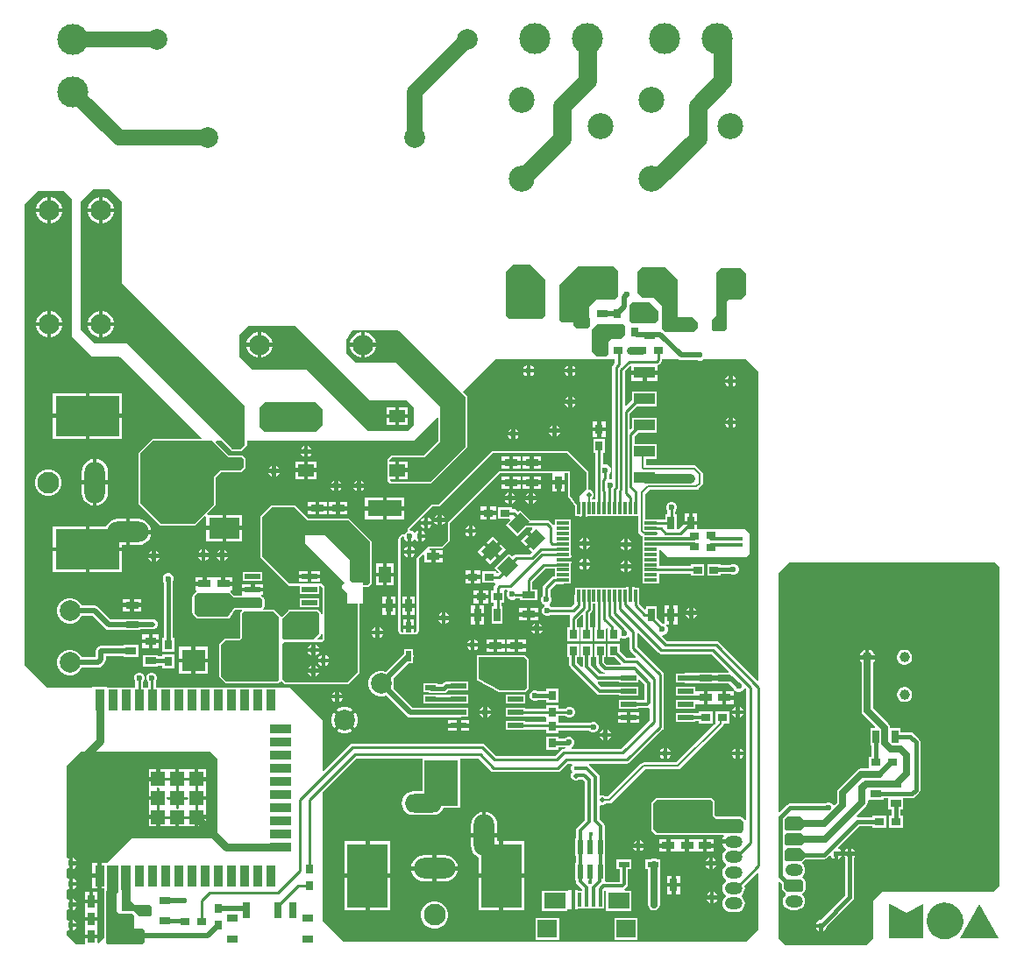
<source format=gtl>
G04*
G04 #@! TF.GenerationSoftware,Altium Limited,Altium Designer,23.4.1 (23)*
G04*
G04 Layer_Physical_Order=1*
G04 Layer_Color=255*
%FSLAX25Y25*%
%MOIN*%
G70*
G04*
G04 #@! TF.SameCoordinates,687DAE7F-2A6D-4925-9110-F28A9C07312E*
G04*
G04*
G04 #@! TF.FilePolarity,Positive*
G04*
G01*
G75*
%ADD12C,0.01000*%
%ADD63C,0.08268*%
%ADD69R,0.02756X0.05118*%
%ADD70R,0.03800X0.03100*%
%ADD71R,0.05118X0.02756*%
G04:AMPARAMS|DCode=72|XSize=62.99mil|YSize=49.21mil|CornerRadius=0mil|HoleSize=0mil|Usage=FLASHONLY|Rotation=225.000|XOffset=0mil|YOffset=0mil|HoleType=Round|Shape=Rectangle|*
%AMROTATEDRECTD72*
4,1,4,0.00487,0.03967,0.03967,0.00487,-0.00487,-0.03967,-0.03967,-0.00487,0.00487,0.03967,0.0*
%
%ADD72ROTATEDRECTD72*%

%ADD73R,0.04724X0.01181*%
%ADD74R,0.01181X0.04724*%
%ADD75R,0.03100X0.03800*%
%ADD76R,0.04331X0.03150*%
%ADD77R,0.07874X0.04331*%
%ADD78R,0.02362X0.02362*%
%ADD79R,0.06299X0.06299*%
%ADD80R,0.17323X0.12992*%
%ADD81R,0.24410X0.15354*%
%ADD82R,0.03543X0.07874*%
%ADD83R,0.07874X0.03543*%
%ADD84R,0.05236X0.05236*%
%ADD85R,0.08858X0.08346*%
%ADD86R,0.07480X0.07087*%
%ADD87R,0.08268X0.06299*%
%ADD88R,0.01575X0.05315*%
%ADD89R,0.02362X0.05354*%
%ADD90R,0.04134X0.02165*%
%ADD91R,0.05906X0.01968*%
%ADD92R,0.03937X0.01968*%
%ADD93R,0.03937X0.03150*%
%ADD94R,0.02756X0.05906*%
%ADD95R,0.12992X0.17323*%
%ADD96R,0.15354X0.24410*%
%ADD97R,0.05118X0.13386*%
%ADD98R,0.02165X0.04134*%
%ADD99R,0.12992X0.06299*%
%ADD100R,0.04724X0.06299*%
%ADD101R,0.06102X0.04724*%
%ADD102R,0.11811X0.07874*%
%ADD103C,0.01500*%
%ADD104C,0.02000*%
%ADD105C,0.02500*%
%ADD106C,0.01100*%
%ADD107C,0.00800*%
%ADD108C,0.01200*%
%ADD109C,0.01470*%
%ADD110C,0.03000*%
%ADD111C,0.03500*%
%ADD112C,0.07000*%
%ADD113C,0.06000*%
%ADD114O,0.06693X0.04724*%
%ADD115C,0.09843*%
%ADD116O,0.07874X0.15748*%
%ADD117O,0.15748X0.07874*%
%ADD118O,0.07087X0.14173*%
%ADD119C,0.01181*%
%ADD120C,0.07874*%
%ADD121C,0.03937*%
%ADD122O,0.14173X0.07087*%
%ADD123C,0.11811*%
%ADD124C,0.02362*%
%ADD125C,0.01968*%
%ADD126C,0.01772*%
G36*
X203188Y255066D02*
Y241324D01*
X201935Y240070D01*
X189470Y240130D01*
X188150Y241450D01*
X188150Y258300D01*
X190750Y260900D01*
X197320D01*
X197337Y260917D01*
X203188Y255066D01*
D02*
G37*
G36*
X246063Y243307D02*
Y239764D01*
X244882Y238583D01*
X235827D01*
X235039Y239370D01*
X235039Y245276D01*
X236221Y246457D01*
X242913D01*
X246063Y243307D01*
D02*
G37*
G36*
X230709Y258661D02*
Y248819D01*
X229528Y247638D01*
X222441D01*
X219685Y244882D01*
Y240945D01*
X220079Y240551D01*
Y237402D01*
X219291Y236614D01*
X214961D01*
X213779Y237795D01*
Y238976D01*
X209449D01*
X208661Y239764D01*
Y253150D01*
X215748Y260236D01*
X229134D01*
X230709Y258661D01*
D02*
G37*
G36*
X279528Y257480D02*
Y249606D01*
X277559Y247638D01*
X272835D01*
X272047Y246850D01*
Y236221D01*
X271260Y235433D01*
X267323D01*
X266535Y236221D01*
Y239764D01*
X268110Y241339D01*
Y257874D01*
X269685Y259449D01*
X277559D01*
X279528Y257480D01*
D02*
G37*
G36*
X248819Y259842D02*
X253543Y255118D01*
Y240945D01*
X259055D01*
X261024Y238976D01*
Y236614D01*
X259449Y235039D01*
X248819D01*
X247638Y236221D01*
Y244882D01*
X244488Y248031D01*
X240158D01*
X238189Y250000D01*
Y258268D01*
X239764Y259842D01*
X248819Y259842D01*
D02*
G37*
G36*
X233465Y237402D02*
Y234252D01*
X231890Y232677D01*
X228346D01*
X227165Y231496D01*
Y226772D01*
X226378Y225984D01*
X222835D01*
X220866Y227953D01*
Y236221D01*
X222835Y238189D01*
X232677D01*
X233465Y237402D01*
D02*
G37*
G36*
X136614Y209055D02*
X150394Y209055D01*
X153150Y206299D01*
X153150Y200000D01*
X150787Y197638D01*
X135827D01*
X112598Y220866D01*
X91732Y220866D01*
X87008Y225590D01*
Y234252D01*
X90158Y237402D01*
X108268D01*
X136614Y209055D01*
D02*
G37*
G36*
X118504Y205906D02*
Y200000D01*
X115748Y197244D01*
X96457D01*
X94488Y199213D01*
Y206693D01*
X96457Y208661D01*
X115748D01*
X118504Y205906D01*
D02*
G37*
G36*
X42126Y284646D02*
X42126Y253937D01*
X88976Y207087D01*
X88976Y192126D01*
X87402Y190551D01*
X84252D01*
X44094Y230709D01*
X31890Y230709D01*
X26378Y236221D01*
Y284646D01*
X31102Y289370D01*
X37402D01*
X42126Y284646D01*
D02*
G37*
G36*
X172835Y210433D02*
Y191535D01*
X159449Y178150D01*
X144685D01*
X144001Y178833D01*
X144193Y179295D01*
X146100D01*
Y182658D01*
Y186020D01*
X143956D01*
X143765Y186482D01*
X144685Y187402D01*
X157283D01*
X163189Y193307D01*
Y206890D01*
X146457Y223622D01*
X131299Y223622D01*
X127559Y227362D01*
Y232283D01*
X129724Y236024D01*
X147244D01*
X172835Y210433D01*
D02*
G37*
G36*
X218701Y181890D02*
Y175197D01*
X216339Y172835D01*
Y165945D01*
X215158D01*
Y169216D01*
X212598Y172704D01*
Y175394D01*
Y182087D01*
X185433D01*
X166142Y162795D01*
X166142Y155905D01*
X163779Y153543D01*
X158661D01*
X154331Y149213D01*
X154331Y121462D01*
X153730Y120802D01*
X153264Y120983D01*
Y122085D01*
X151181D01*
X149098D01*
Y120901D01*
X148632Y120722D01*
X148031Y121387D01*
X148031Y156693D01*
X148895Y157556D01*
X149380Y157334D01*
X149520Y156629D01*
X150002Y155908D01*
X150724Y155426D01*
X150825Y155406D01*
Y157480D01*
X152325D01*
Y155406D01*
X152426Y155426D01*
X153147Y155908D01*
X153293Y156126D01*
X153793D01*
X153939Y155908D01*
X154661Y155426D01*
X154762Y155406D01*
Y157480D01*
Y159555D01*
X154661Y159535D01*
X153939Y159053D01*
X153793Y158834D01*
X153293D01*
X153147Y159053D01*
X152426Y159535D01*
X151721Y159675D01*
X151499Y160160D01*
X160113Y168774D01*
X163189D01*
X167323Y173228D01*
X183268Y189173D01*
X211417D01*
X218701Y181890D01*
D02*
G37*
G36*
X76378Y193701D02*
X82677Y187402D01*
X87795Y187402D01*
X88583Y186614D01*
Y183858D01*
X87402Y182677D01*
X79528D01*
X77165Y180315D01*
Y169685D01*
X69685Y162205D01*
X57087Y162205D01*
X49213Y170079D01*
Y188976D01*
X53937Y193701D01*
X76378Y193701D01*
D02*
G37*
G36*
X246199Y113128D02*
X246678Y112807D01*
X247244Y112695D01*
X266317D01*
X272928Y106083D01*
X272737Y105621D01*
X268001D01*
Y105481D01*
X267432D01*
Y105621D01*
X260914D01*
Y105481D01*
X256595D01*
X256496Y105500D01*
X255755Y105353D01*
X255597Y105247D01*
X252843D01*
Y101879D01*
X255587D01*
X255774Y101753D01*
X256516Y101606D01*
X260914D01*
Y101465D01*
X267432D01*
Y101606D01*
X268001D01*
Y101465D01*
X272960D01*
X274864Y99562D01*
X275007Y99215D01*
X275593Y98629D01*
X276358Y98313D01*
X277186D01*
X277951Y98629D01*
X278536Y99215D01*
X278698Y99606D01*
X279288Y99724D01*
X279624Y99388D01*
Y49539D01*
X279124Y49407D01*
X279048Y49520D01*
X278064Y50505D01*
X277832Y50659D01*
X277559Y50714D01*
X268209D01*
X267446Y51477D01*
Y56496D01*
X267392Y56769D01*
X267237Y57001D01*
X266450Y57788D01*
X266218Y57943D01*
X265945Y57997D01*
X245669D01*
X245396Y57943D01*
X245165Y57788D01*
X243590Y56213D01*
X243435Y55982D01*
X243381Y55709D01*
X243381Y46063D01*
X243435Y45790D01*
X243590Y45558D01*
X244968Y44180D01*
X245199Y44026D01*
X245472Y43971D01*
X270971Y43971D01*
X271217Y43471D01*
X270882Y43034D01*
X270543Y42216D01*
X270526Y42089D01*
X274803D01*
Y40589D01*
X270526D01*
X270543Y40461D01*
X270882Y39643D01*
X271421Y38941D01*
X271815Y38638D01*
Y38008D01*
X271492Y37760D01*
X270969Y37078D01*
X270641Y36285D01*
X270529Y35433D01*
X270641Y34582D01*
X270969Y33788D01*
X271492Y33106D01*
X271911Y32785D01*
Y32176D01*
X271492Y31854D01*
X270969Y31173D01*
X270641Y30379D01*
X270529Y29528D01*
X270641Y28676D01*
X270969Y27882D01*
X271492Y27201D01*
X271911Y26880D01*
Y26270D01*
X271492Y25949D01*
X270969Y25267D01*
X270641Y24474D01*
X270529Y23622D01*
X270641Y22770D01*
X270969Y21977D01*
X271492Y21295D01*
X271911Y20974D01*
Y20365D01*
X271492Y20043D01*
X270969Y19362D01*
X270641Y18568D01*
X270529Y17717D01*
X270641Y16865D01*
X270969Y16071D01*
X271492Y15390D01*
X272174Y14867D01*
X272967Y14538D01*
X273819Y14426D01*
X275787D01*
X276639Y14538D01*
X277433Y14867D01*
X278114Y15390D01*
X278637Y16071D01*
X278966Y16865D01*
X279078Y17717D01*
X278966Y18568D01*
X278637Y19362D01*
X278114Y20043D01*
X277695Y20365D01*
Y20974D01*
X278114Y21295D01*
X278637Y21977D01*
X278966Y22770D01*
X279078Y23622D01*
X278966Y24474D01*
X278897Y24640D01*
X283790Y29534D01*
X284252Y29342D01*
Y7874D01*
X279528Y3150D01*
X126378D01*
X118504Y11024D01*
Y60114D01*
X131321Y72931D01*
X156387D01*
Y60387D01*
X153150D01*
X151990Y60234D01*
X150909Y59787D01*
X149981Y59074D01*
X149268Y58146D01*
X148821Y57065D01*
X148668Y55905D01*
X148821Y54746D01*
X149268Y53665D01*
X149981Y52737D01*
X150909Y52024D01*
X151990Y51577D01*
X153150Y51424D01*
X160236D01*
X161396Y51577D01*
X162477Y52024D01*
X163405Y52737D01*
X164117Y53665D01*
X164348Y54221D01*
X170779D01*
Y72931D01*
X177734D01*
X182419Y68246D01*
X182899Y67926D01*
X183465Y67813D01*
X207874D01*
X208440Y67926D01*
X208919Y68246D01*
X211636Y70963D01*
X213187D01*
X213394Y70463D01*
X213250Y70319D01*
X212978Y69662D01*
Y68952D01*
X213250Y68296D01*
X213653Y67892D01*
X213166Y67406D01*
X212879Y66713D01*
Y65964D01*
X213166Y65271D01*
X213696Y64741D01*
X214389Y64454D01*
X215139D01*
X215831Y64741D01*
X216011Y64921D01*
X217275D01*
X218097Y64099D01*
Y49588D01*
X215357Y46848D01*
X214995Y46307D01*
X214868Y45669D01*
Y42550D01*
X214654D01*
Y35796D01*
X214868D01*
Y33298D01*
X214654D01*
Y26544D01*
X214868D01*
Y26178D01*
X214995Y25540D01*
X215357Y24999D01*
X217207Y23149D01*
X217174Y22649D01*
X215567D01*
Y22949D01*
X214529D01*
Y19291D01*
Y15634D01*
X215567D01*
Y15934D01*
X225503D01*
Y19080D01*
X225545Y19291D01*
Y22535D01*
X225794Y22720D01*
X226269Y22472D01*
Y14960D01*
X235936D01*
Y22659D01*
X233348D01*
X233196Y23159D01*
X233449Y23328D01*
X234152Y24031D01*
X234484Y24527D01*
X234600Y25112D01*
Y30895D01*
X235838D01*
Y34460D01*
X230304D01*
Y30895D01*
X231541D01*
Y25939D01*
X226267D01*
X225872Y26439D01*
X225897Y26544D01*
X225897D01*
Y33298D01*
X225683D01*
Y35796D01*
X225897D01*
Y42550D01*
X225683D01*
Y47261D01*
X225556Y47898D01*
X225194Y48439D01*
X223901Y49733D01*
Y54964D01*
X224316Y55242D01*
X224423Y55197D01*
X225173D01*
X225865Y55484D01*
X226137Y55756D01*
X227554D01*
X228061Y55857D01*
X228491Y56144D01*
X241100Y68753D01*
X253543D01*
X254051Y68854D01*
X254481Y69142D01*
X270703Y85364D01*
X270990Y85794D01*
X271091Y86301D01*
Y86333D01*
X273073D01*
Y90833D01*
X267873D01*
Y86333D01*
X267873Y86333D01*
X267873D01*
X267568Y85978D01*
X252994Y71404D01*
X240551D01*
X240044Y71303D01*
X239614Y71016D01*
X227005Y58407D01*
X226137D01*
X225865Y58679D01*
X225173Y58966D01*
X224423D01*
X224316Y58922D01*
X223901Y59199D01*
Y65812D01*
X223774Y66450D01*
X223412Y66991D01*
X220167Y70236D01*
X219828Y70463D01*
X219980Y70963D01*
X234252D01*
X234818Y71075D01*
X235297Y71396D01*
X247727Y83825D01*
X248048Y84305D01*
X248160Y84871D01*
Y104893D01*
X248048Y105459D01*
X247727Y105938D01*
X238093Y115573D01*
Y120581D01*
X238555Y120772D01*
X246199Y113128D01*
D02*
G37*
G36*
X23228Y285827D02*
Y233465D01*
X30709Y225984D01*
X41339D01*
X72446Y194876D01*
X72255Y194414D01*
X53937Y194414D01*
X53664Y194360D01*
X53432Y194205D01*
X48708Y189481D01*
X48553Y189250D01*
X48499Y188976D01*
Y170079D01*
X48553Y169806D01*
X48708Y169574D01*
X56582Y161700D01*
X56814Y161545D01*
X57087Y161491D01*
X69685Y161491D01*
X69958Y161545D01*
X70190Y161700D01*
X73697Y165207D01*
X74197Y165000D01*
Y161380D01*
X80352D01*
Y165567D01*
X74764D01*
X74557Y166067D01*
X77670Y169180D01*
X77825Y169412D01*
X77879Y169685D01*
Y180019D01*
X79823Y181964D01*
X87402D01*
X87675Y182018D01*
X87906Y182173D01*
X89087Y183354D01*
X89242Y183585D01*
X89296Y183858D01*
Y186614D01*
X89242Y186887D01*
X89087Y187119D01*
X88300Y187906D01*
X88068Y188061D01*
X87795Y188115D01*
X82973Y188115D01*
X77849Y193239D01*
X78041Y193701D01*
X80093D01*
X83747Y190047D01*
X83979Y189892D01*
X84252Y189838D01*
X87402D01*
X87675Y189892D01*
X87906Y190047D01*
X89481Y191621D01*
X89636Y191853D01*
X89690Y192126D01*
Y193701D01*
X153150Y193701D01*
X162013Y202565D01*
X162475Y202373D01*
Y193603D01*
X156988Y188115D01*
X144685D01*
X144412Y188061D01*
X144180Y187906D01*
X143260Y186986D01*
X143106Y186755D01*
X143051Y186482D01*
X143104Y186220D01*
X143106Y186208D01*
X143099Y185720D01*
X143099Y185720D01*
X143099Y185720D01*
Y179595D01*
X143099D01*
X143342Y179107D01*
X143340Y179095D01*
X143288Y178833D01*
X143342Y178560D01*
X143497Y178329D01*
X144180Y177645D01*
X144412Y177490D01*
X144685Y177436D01*
X159449D01*
X159722Y177490D01*
X159953Y177645D01*
X173339Y191031D01*
X173494Y191262D01*
X173548Y191535D01*
Y210433D01*
X173494Y210706D01*
X173339Y210938D01*
X171863Y212414D01*
X184252Y224803D01*
X229624D01*
Y223447D01*
X229089Y222912D01*
X228768Y222432D01*
X228656Y221866D01*
Y179326D01*
X228240Y179048D01*
X228117Y179099D01*
X227737D01*
X227420Y179486D01*
X227422Y179496D01*
X227422Y179496D01*
Y181153D01*
X227767Y181498D01*
X228084Y182263D01*
Y183091D01*
X227767Y183856D01*
X227182Y184441D01*
X226417Y184758D01*
X225589D01*
X225465Y184707D01*
X225049Y184985D01*
Y189329D01*
X225872D01*
Y194529D01*
X221372D01*
Y189329D01*
X222195D01*
Y171389D01*
X221010D01*
Y171889D01*
X221282Y172161D01*
X221569Y172854D01*
Y173603D01*
X221282Y174296D01*
X220752Y174826D01*
X220060Y175113D01*
X219484D01*
X219414Y175197D01*
Y181890D01*
X219360Y182163D01*
X219205Y182394D01*
X211922Y189678D01*
X211690Y189833D01*
X211417Y189887D01*
X183268D01*
X182995Y189833D01*
X182763Y189678D01*
X166818Y173733D01*
X166811Y173722D01*
X166800Y173714D01*
X162878Y169488D01*
X160113D01*
X159840Y169433D01*
X159608Y169279D01*
X150994Y160665D01*
X150986Y160653D01*
X150976Y160646D01*
X150909Y160538D01*
X150839Y160433D01*
X150837Y160420D01*
X150830Y160408D01*
X150810Y160284D01*
X150785Y160160D01*
X150787Y160147D01*
X150785Y160134D01*
X150815Y160011D01*
X150839Y159887D01*
X150793Y159644D01*
X150682Y159363D01*
X150396Y159245D01*
X149811Y158659D01*
X149692Y158373D01*
X149411Y158262D01*
X149168Y158216D01*
X149045Y158240D01*
X148922Y158270D01*
X148908Y158268D01*
X148895Y158270D01*
X148771Y158246D01*
X148647Y158226D01*
X148635Y158219D01*
X148622Y158216D01*
X148517Y158146D01*
X148409Y158080D01*
X148402Y158069D01*
X148390Y158061D01*
X147527Y157198D01*
X147372Y156966D01*
X147318Y156693D01*
X147318Y121387D01*
X147342Y121267D01*
X147359Y121147D01*
X147369Y121131D01*
X147372Y121113D01*
X147440Y121012D01*
X147502Y120908D01*
X148102Y120244D01*
X148109Y120238D01*
X148114Y120230D01*
X148221Y120155D01*
X148326Y120077D01*
X148334Y120075D01*
X148342Y120070D01*
X148469Y120041D01*
X148595Y120009D01*
X148605Y120010D01*
X148614Y120008D01*
X148742Y120030D01*
X148871Y120049D01*
X148879Y120054D01*
X148888Y120056D01*
X148901Y120061D01*
X149398Y120068D01*
X149398Y120068D01*
X152964D01*
X152964Y120068D01*
Y120068D01*
X153464Y120140D01*
X153472Y120137D01*
X153481Y120135D01*
X153488Y120131D01*
X153617Y120112D01*
X153747Y120089D01*
X153755Y120091D01*
X153763Y120090D01*
X153890Y120121D01*
X154018Y120150D01*
X154025Y120155D01*
X154034Y120157D01*
X154139Y120234D01*
X154246Y120310D01*
X154251Y120317D01*
X154258Y120322D01*
X154858Y120981D01*
X154922Y121086D01*
X154990Y121189D01*
X154993Y121205D01*
X155002Y121220D01*
X155020Y121341D01*
X155044Y121462D01*
X155044Y148917D01*
X156609Y150481D01*
X157071Y150290D01*
Y147425D01*
X159880D01*
Y149803D01*
Y152181D01*
X159379D01*
X159126Y152681D01*
X159234Y152830D01*
X163779D01*
X164053Y152884D01*
X164284Y153039D01*
X166646Y155401D01*
X166801Y155632D01*
X166855Y155905D01*
X166855Y162500D01*
X185729Y181373D01*
X205890D01*
Y178703D01*
X208268D01*
X210646D01*
Y181373D01*
X211885D01*
Y175394D01*
Y172704D01*
X211901Y172620D01*
X211905Y172534D01*
X211928Y172484D01*
X211939Y172431D01*
X211987Y172359D01*
X212023Y172282D01*
X214444Y168982D01*
Y165945D01*
X214458Y165876D01*
Y165265D01*
X214989D01*
X215158Y165231D01*
X216126D01*
Y164965D01*
X216967D01*
Y165264D01*
X217039D01*
Y165876D01*
X217053Y165945D01*
Y168327D01*
X218359D01*
X218394Y168151D01*
Y165264D01*
X218466D01*
Y164965D01*
X219307D01*
Y165265D01*
X238519D01*
Y159407D01*
X238620Y158899D01*
X238908Y158469D01*
X239552Y157825D01*
X239982Y157538D01*
X240245Y157485D01*
Y155225D01*
Y151288D01*
Y147351D01*
Y143414D01*
Y139477D01*
X246369D01*
Y143277D01*
X258424D01*
Y142435D01*
X263624D01*
Y146935D01*
X258424D01*
Y146132D01*
X246369D01*
Y152313D01*
X246831Y152504D01*
X249729Y149606D01*
X279528D01*
X280709Y150787D01*
Y158661D01*
X279134Y160236D01*
X260842D01*
Y161848D01*
X258465D01*
X255624D01*
X254012Y160236D01*
X253062D01*
Y165858D01*
X252561D01*
Y166941D01*
X252945Y167325D01*
X253262Y168090D01*
Y168918D01*
X252945Y169683D01*
X252360Y170268D01*
X251595Y170585D01*
X250767D01*
X250002Y170268D01*
X249417Y169683D01*
X249100Y168918D01*
Y168090D01*
X249417Y167325D01*
X249604Y167138D01*
Y165858D01*
X248906D01*
Y163900D01*
X243307D01*
X242741Y163787D01*
X242629Y163712D01*
X241170D01*
Y173548D01*
X242795Y175173D01*
X260560D01*
X261067Y175274D01*
X261497Y175561D01*
X262632Y176697D01*
X262920Y177127D01*
X263021Y177634D01*
Y181218D01*
X262920Y181725D01*
X262632Y182155D01*
X260780Y184008D01*
X260350Y184295D01*
X259842Y184396D01*
X241483D01*
Y186898D01*
X245582D01*
Y192629D01*
X237013D01*
Y195512D01*
X238399Y196898D01*
X245582D01*
Y202629D01*
X236308D01*
Y198989D01*
X235675Y198356D01*
X235213Y198547D01*
Y204264D01*
X237847Y206898D01*
X245582D01*
Y212629D01*
X236308D01*
Y209540D01*
X233875Y207107D01*
X233413Y207298D01*
Y220298D01*
X235508Y222393D01*
X236008Y222190D01*
Y220514D01*
X240945D01*
X245882D01*
Y222629D01*
X245985Y222650D01*
X246464Y222970D01*
X247109Y223615D01*
X247429Y224094D01*
X247542Y224660D01*
Y224803D01*
X253730D01*
X254052Y224588D01*
X254793Y224441D01*
X260788D01*
X261377Y224197D01*
X262245D01*
X263047Y224529D01*
X263321Y224803D01*
X279528D01*
X284252Y220079D01*
Y102744D01*
X283790Y102553D01*
X269156Y117187D01*
X268676Y117508D01*
X268110Y117620D01*
X249435D01*
X247589Y119466D01*
X247796Y119966D01*
X248052D01*
X248817Y120283D01*
X249402Y120868D01*
X249719Y121633D01*
Y122461D01*
X249402Y123226D01*
X249128Y123500D01*
X249335Y124000D01*
X250234D01*
Y126809D01*
X248606D01*
Y124440D01*
X248106Y124106D01*
X248052Y124128D01*
X247844D01*
X245582Y126391D01*
Y130818D01*
X241426D01*
Y129822D01*
X240964Y129631D01*
X238880Y131715D01*
Y134862D01*
X238767Y135428D01*
X238692Y135541D01*
Y137924D01*
X237024D01*
Y138224D01*
X236183D01*
Y137925D01*
X236111D01*
Y135541D01*
X236035Y135428D01*
X235923Y134862D01*
X234943D01*
X234831Y135428D01*
X234755Y135541D01*
Y137925D01*
X234683D01*
Y138224D01*
X233842D01*
Y137924D01*
X214458D01*
Y135541D01*
X214382Y135428D01*
X214270Y134862D01*
Y131715D01*
X213167Y130612D01*
X205402D01*
X205116Y130898D01*
X204687Y131076D01*
Y131617D01*
X204722Y131631D01*
X205308Y132217D01*
X205624Y132982D01*
Y133810D01*
X205308Y134574D01*
X205022Y134860D01*
Y137218D01*
X207093Y139289D01*
X209842D01*
X210408Y139402D01*
X210521Y139477D01*
X212905D01*
Y143414D01*
Y147051D01*
X213205D01*
Y147892D01*
X212905D01*
Y147964D01*
X210521D01*
X210408Y148039D01*
X209842Y148152D01*
Y149132D01*
X210408Y149244D01*
X210521Y149320D01*
X212905D01*
Y149392D01*
X213205D01*
Y150232D01*
X212905D01*
Y155225D01*
Y159162D01*
Y163712D01*
X206780D01*
Y161971D01*
X206280Y161819D01*
X206164Y161994D01*
X204907Y163250D01*
X204428Y163571D01*
X203862Y163683D01*
X197273D01*
X193575Y167381D01*
X192883Y166688D01*
X192167Y167404D01*
X191688Y167724D01*
X191122Y167837D01*
X190396D01*
Y168608D01*
X185196D01*
Y164108D01*
X189649D01*
X189841Y163646D01*
X188131Y161937D01*
X192601Y157467D01*
X195860Y160726D01*
X198092D01*
X198284Y160264D01*
X197296Y159277D01*
X199743Y156830D01*
X199213Y156299D01*
X199743Y155769D01*
X196809Y152835D01*
X198186Y151458D01*
X197419Y150691D01*
X192126D01*
X191560Y150578D01*
X191081Y150258D01*
X190589Y149766D01*
X189399Y150956D01*
X183955Y145512D01*
X185540Y143927D01*
X185040Y143427D01*
X184490D01*
Y144199D01*
X179290D01*
Y139699D01*
X184002D01*
X184210Y139199D01*
X183994Y138984D01*
X183674Y138504D01*
X183561Y137938D01*
Y136718D01*
X182440D01*
Y132219D01*
X183561D01*
Y130818D01*
X182765D01*
Y124300D01*
X186920D01*
Y130818D01*
X186518D01*
Y132219D01*
X187640D01*
Y136718D01*
X187916Y137104D01*
X188626D01*
X188817Y136642D01*
X188787Y136612D01*
X188470Y135847D01*
Y135019D01*
X188787Y134254D01*
X189372Y133669D01*
X190137Y133352D01*
X190965D01*
X191730Y133669D01*
X191819Y133758D01*
X193591D01*
Y133158D01*
X200109D01*
Y137314D01*
X198329D01*
Y140332D01*
X203101Y145104D01*
X206780D01*
Y142246D01*
X206480D01*
X205915Y142134D01*
X205435Y141813D01*
X202498Y138876D01*
X202177Y138397D01*
X202065Y137831D01*
Y134860D01*
X201779Y134574D01*
X201462Y133810D01*
Y132982D01*
X201779Y132217D01*
X202364Y131631D01*
X202793Y131454D01*
Y130913D01*
X202758Y130898D01*
X202173Y130313D01*
X201856Y129548D01*
Y128720D01*
X202173Y127955D01*
X202758Y127370D01*
X203523Y127053D01*
X204351D01*
X205116Y127370D01*
X205402Y127655D01*
X212371D01*
X212629Y127155D01*
X212461Y126903D01*
X212352Y126357D01*
X212352Y126357D01*
Y122876D01*
X211529D01*
Y117676D01*
X216030D01*
Y122876D01*
X215207D01*
Y125766D01*
X217008Y127567D01*
X217470Y127376D01*
Y122876D01*
X216648D01*
Y117676D01*
X221148D01*
Y122876D01*
X220325D01*
Y128149D01*
X220694Y128518D01*
X220694Y128518D01*
X221004Y128981D01*
X221112Y129528D01*
X221112Y129528D01*
Y131800D01*
X222195D01*
Y122876D01*
X221766D01*
Y117676D01*
X226266D01*
Y122110D01*
X226766Y122377D01*
X226884Y122298D01*
Y117695D01*
X231384D01*
Y118563D01*
X231846Y118754D01*
X231892Y118708D01*
X232657Y118391D01*
X233485D01*
X234250Y118708D01*
X234636Y119094D01*
X235136Y118887D01*
Y114961D01*
X235248Y114395D01*
X235569Y113915D01*
X237663Y111821D01*
X237456Y111321D01*
X233899D01*
X231384Y113836D01*
Y116595D01*
X226884D01*
Y111395D01*
X229643D01*
X231922Y109116D01*
X231715Y108616D01*
X226618D01*
X225545Y109689D01*
Y111376D01*
X226266D01*
Y116576D01*
X221766D01*
Y111376D01*
X222486D01*
Y109055D01*
X222603Y108470D01*
X222934Y107974D01*
X224903Y106005D01*
X225399Y105674D01*
X225808Y105592D01*
X225758Y105092D01*
X223842D01*
X220427Y108508D01*
Y111376D01*
X221148D01*
Y116576D01*
X216648D01*
Y111376D01*
X217368D01*
Y107943D01*
X217206Y107819D01*
X216890Y107713D01*
X215309Y109295D01*
Y111376D01*
X216030D01*
Y116576D01*
X211529D01*
Y111376D01*
X212250D01*
Y108661D01*
X212367Y108076D01*
X212698Y107580D01*
X222797Y97482D01*
X223293Y97150D01*
X223878Y97034D01*
X231190D01*
Y96879D01*
X238495D01*
Y100247D01*
X231190D01*
Y100092D01*
X224512D01*
X223048Y101556D01*
X223154Y101871D01*
X223277Y102034D01*
X231190D01*
Y101879D01*
X238495D01*
Y102869D01*
X238957Y103061D01*
X240990Y101028D01*
Y95092D01*
X238495D01*
Y95247D01*
X231190D01*
Y91879D01*
X238495D01*
Y92034D01*
X241817D01*
X242402Y92150D01*
X242510Y92222D01*
X243010Y91955D01*
Y87620D01*
X232065Y76675D01*
X213197D01*
X213098Y77175D01*
X213327Y77270D01*
X213912Y77855D01*
X214229Y78620D01*
Y79448D01*
X213912Y80213D01*
X213327Y80799D01*
X212562Y81115D01*
X211734D01*
X210969Y80799D01*
X210740Y80569D01*
X208155D01*
Y81340D01*
X203656D01*
Y76140D01*
X208155D01*
Y77205D01*
X210694D01*
X210718Y77175D01*
X210481Y76675D01*
X210236D01*
X209670Y76563D01*
X209191Y76242D01*
X206868Y73919D01*
X184471D01*
X180179Y78211D01*
X179700Y78531D01*
X179134Y78644D01*
X129921D01*
X129356Y78531D01*
X128876Y78211D01*
X118966Y68301D01*
X118504Y68492D01*
Y87402D01*
X105905Y100000D01*
X55022D01*
Y102079D01*
X55308Y102365D01*
X55624Y103129D01*
Y103957D01*
X55308Y104722D01*
X54722Y105308D01*
X53957Y105624D01*
X53129D01*
X52364Y105308D01*
X51779Y104722D01*
X51462Y103957D01*
Y103129D01*
X51779Y102365D01*
X52065Y102079D01*
Y100000D01*
X50297D01*
Y102079D01*
X50583Y102365D01*
X50900Y103129D01*
Y103957D01*
X50583Y104722D01*
X49998Y105308D01*
X49233Y105624D01*
X48405D01*
X47640Y105308D01*
X47055Y104722D01*
X46738Y103957D01*
Y103129D01*
X47055Y102365D01*
X47341Y102079D01*
Y100000D01*
X36472D01*
Y100213D01*
X30929D01*
Y100000D01*
X13780D01*
X5118Y108661D01*
Y283858D01*
X10236Y288976D01*
X20079D01*
X23228Y285827D01*
D02*
G37*
G36*
X375984Y145669D02*
Y24551D01*
X373520Y22087D01*
X331181Y22087D01*
X327811Y18717D01*
Y4445D01*
X325335Y1969D01*
X294488Y1969D01*
X291881Y4576D01*
Y25926D01*
X292343Y26117D01*
X293184Y25276D01*
Y23302D01*
X293238Y23029D01*
X293393Y22797D01*
X294542Y21648D01*
X294583Y21235D01*
X294538Y21015D01*
X294391Y20902D01*
X293868Y20221D01*
X293539Y19427D01*
X293427Y18576D01*
X293539Y17724D01*
X293868Y16930D01*
X294391Y16249D01*
X295072Y15726D01*
X295866Y15397D01*
X296717Y15285D01*
X298686D01*
X299537Y15397D01*
X300331Y15726D01*
X301012Y16249D01*
X301535Y16930D01*
X301864Y17724D01*
X301976Y18576D01*
X301864Y19427D01*
X301535Y20221D01*
X301012Y20902D01*
X300922Y20972D01*
X300889Y21464D01*
X300933Y21593D01*
X301813Y22473D01*
X301968Y22705D01*
X302022Y22978D01*
Y26127D01*
X301968Y26401D01*
X301813Y26632D01*
X301026Y27420D01*
X301011Y27429D01*
X300953Y28003D01*
X300959Y28019D01*
X301012Y28060D01*
X301535Y28741D01*
X301864Y29535D01*
X301976Y30387D01*
X301864Y31238D01*
X301535Y32032D01*
X301012Y32713D01*
X300926Y32779D01*
X300901Y33295D01*
X300942Y33397D01*
X302154Y34610D01*
X309127D01*
X309770Y34738D01*
X310316Y35102D01*
X311156Y35942D01*
X311746Y35825D01*
X311930Y35379D01*
X312544Y34765D01*
X313030Y34564D01*
Y36614D01*
X313779D01*
Y37364D01*
X315830D01*
X315629Y37850D01*
X315015Y38463D01*
X314569Y38648D01*
X314452Y39238D01*
X322468Y47255D01*
X327675D01*
Y46687D01*
X332875D01*
Y51187D01*
X327675D01*
Y50619D01*
X321772D01*
X321744Y50614D01*
X321498Y51075D01*
X325172Y54749D01*
X325647Y55460D01*
X325814Y56299D01*
Y56789D01*
X326091Y57174D01*
X331822D01*
Y57766D01*
X333532D01*
Y53434D01*
X334893D01*
Y51187D01*
X333975D01*
Y46687D01*
X339175D01*
Y51187D01*
X338257D01*
Y53434D01*
X339263D01*
Y57766D01*
X342520D01*
X343163Y57895D01*
X343709Y58259D01*
X345284Y59834D01*
X345649Y60380D01*
X345777Y61024D01*
Y79134D01*
X345649Y79778D01*
X345284Y80323D01*
X343158Y82449D01*
X342612Y82814D01*
X341968Y82942D01*
X338338D01*
Y84519D01*
X334300D01*
Y84627D01*
X334133Y85466D01*
X333658Y86177D01*
X327783Y92052D01*
Y109411D01*
X327966Y109595D01*
X328357Y110272D01*
X328463Y110667D01*
X322718D01*
X322824Y110272D01*
X323215Y109595D01*
X323398Y109411D01*
Y91144D01*
X323565Y90305D01*
X324041Y89593D01*
X328653Y84981D01*
X328462Y84519D01*
X326702D01*
Y78001D01*
X327097D01*
Y73667D01*
X326180D01*
Y69167D01*
X325699Y69121D01*
X323228D01*
X322390Y68954D01*
X321678Y68479D01*
X314719Y61520D01*
X314244Y60809D01*
X314077Y59970D01*
Y55970D01*
X313170Y55063D01*
X312679Y55160D01*
X312634Y55270D01*
X312049Y55855D01*
X311284Y56172D01*
X310456D01*
X309691Y55855D01*
X309609Y55773D01*
X296246D01*
X296246Y55773D01*
X295602Y55645D01*
X295056Y55280D01*
X295056Y55280D01*
X292343Y52567D01*
X291881Y52759D01*
X291881Y143456D01*
X295940Y147515D01*
X374064Y147589D01*
X375984Y145669D01*
D02*
G37*
G36*
X302756Y48031D02*
X300394Y45669D01*
X294882Y45669D01*
X294291Y46260D01*
Y49803D01*
X295276Y50787D01*
X300000D01*
X302756Y48031D01*
D02*
G37*
G36*
X266732Y56496D02*
Y51181D01*
X267913Y50000D01*
X277559D01*
X278543Y49016D01*
Y45715D01*
X277855Y44685D01*
X245472Y44685D01*
X244094Y46063D01*
X244094Y55709D01*
X245669Y57284D01*
X265945D01*
X266732Y56496D01*
D02*
G37*
G36*
X78347Y72835D02*
Y43701D01*
X77253Y42607D01*
X50020Y42607D01*
X45757D01*
X36433Y33283D01*
X34451D01*
Y28346D01*
Y23410D01*
X35433D01*
Y4724D01*
X33390Y2681D01*
X32890Y2888D01*
Y4368D01*
X30512D01*
X28134D01*
Y2362D01*
X24803D01*
X21260Y5906D01*
Y7277D01*
X21760Y7544D01*
X21984Y7394D01*
X22085Y7374D01*
Y9449D01*
Y11524D01*
X21984Y11503D01*
X21760Y11354D01*
X21260Y11621D01*
Y15151D01*
X21760Y15418D01*
X21984Y15268D01*
X22085Y15248D01*
Y17323D01*
Y19398D01*
X21984Y19377D01*
X21760Y19228D01*
X21260Y19495D01*
Y23025D01*
X21760Y23292D01*
X21984Y23142D01*
X22085Y23122D01*
Y25197D01*
Y27272D01*
X21984Y27251D01*
X21760Y27102D01*
X21260Y27369D01*
Y30899D01*
X21760Y31166D01*
X21984Y31016D01*
X22085Y30996D01*
Y33071D01*
Y35146D01*
X21984Y35125D01*
X21760Y34976D01*
X21260Y35243D01*
X21260Y70079D01*
X26782Y75601D01*
X75580D01*
X78347Y72835D01*
D02*
G37*
G36*
X302756Y42126D02*
X300394Y39764D01*
X294882Y39764D01*
X294291Y40354D01*
Y43898D01*
X295024Y44630D01*
X300252D01*
X302756Y42126D01*
D02*
G37*
G36*
Y36220D02*
X300394Y33858D01*
X294882Y33858D01*
X294291Y34449D01*
Y37992D01*
X295024Y38725D01*
X300252D01*
X302756Y36220D01*
D02*
G37*
G36*
X300521Y26915D02*
X301308Y26127D01*
Y22978D01*
X300379Y22048D01*
X295151D01*
X293898Y23302D01*
Y25943D01*
X294869Y26915D01*
X300521Y26915D01*
D02*
G37*
G36*
X347008Y4528D02*
X333819D01*
Y17598D01*
X334134D01*
X340394Y14173D01*
X346693Y17638D01*
X347008D01*
Y4528D01*
D02*
G37*
G36*
X45669Y18898D02*
X47244Y17323D01*
X52756D01*
X53543Y16535D01*
Y13386D01*
X53150Y12992D01*
X48819Y12992D01*
X46850Y14961D01*
X42520D01*
X42126Y15354D01*
Y22835D01*
X41732Y23228D01*
Y31102D01*
Y32283D01*
X45669D01*
Y18898D01*
D02*
G37*
G36*
X375433Y4528D02*
X360906Y4567D01*
X368071Y17643D01*
X368283D01*
X375433Y4528D01*
D02*
G37*
G36*
X357992Y17520D02*
X360315Y15748D01*
X361772Y13071D01*
X362047Y10669D01*
X361378Y8347D01*
X360039Y6339D01*
X358543Y5158D01*
X356457Y4331D01*
X353622D01*
X350197Y6024D01*
X348740Y8110D01*
X348071Y10551D01*
X348425Y13543D01*
X350236Y16260D01*
X352165Y17520D01*
X354724Y18150D01*
X354803D01*
X357992Y17520D01*
D02*
G37*
G36*
X40945Y22047D02*
X40157Y21260D01*
Y14961D01*
X41339Y13780D01*
X46063Y13780D01*
X46850Y12992D01*
Y8268D01*
X50000Y8268D01*
X50787Y7480D01*
Y3150D01*
X50000Y2362D01*
X36614D01*
X36220Y2756D01*
Y22441D01*
X36614Y22835D01*
Y32283D01*
X40945D01*
Y22047D01*
D02*
G37*
%LPC*%
G36*
X95238Y235225D02*
Y231065D01*
X99398D01*
X99089Y232221D01*
X98439Y233346D01*
X97520Y234265D01*
X96394Y234915D01*
X95238Y235225D01*
D02*
G37*
G36*
X93738Y235225D02*
X92583Y234915D01*
X91457Y234265D01*
X90538Y233346D01*
X89888Y232221D01*
X89578Y231065D01*
X93738D01*
Y235225D01*
D02*
G37*
G36*
Y229565D02*
X89578D01*
X89888Y228409D01*
X90538Y227284D01*
X91457Y226364D01*
X92583Y225714D01*
X93738Y225405D01*
Y229565D01*
D02*
G37*
G36*
X99398D02*
X95238D01*
Y225405D01*
X96394Y225714D01*
X97520Y226364D01*
X98439Y227284D01*
X99089Y228409D01*
X99398Y229565D01*
D02*
G37*
G36*
X150902Y206532D02*
X147600D01*
Y203919D01*
X150902D01*
Y206532D01*
D02*
G37*
G36*
X146100D02*
X142799D01*
Y203919D01*
X146100D01*
Y206532D01*
D02*
G37*
G36*
X150902Y202419D02*
X147600D01*
Y199807D01*
X150902D01*
Y202419D01*
D02*
G37*
G36*
X146100D02*
X142799D01*
Y199807D01*
X146100D01*
Y202419D01*
D02*
G37*
G36*
X35002Y286406D02*
Y282246D01*
X39162D01*
X38853Y283402D01*
X38203Y284527D01*
X37283Y285447D01*
X36158Y286097D01*
X35002Y286406D01*
D02*
G37*
G36*
X33502Y286406D02*
X32346Y286097D01*
X31221Y285447D01*
X30301Y284527D01*
X29651Y283402D01*
X29342Y282246D01*
X33502D01*
Y286406D01*
D02*
G37*
G36*
X39162Y280746D02*
X35002D01*
Y276586D01*
X36158Y276895D01*
X37283Y277545D01*
X38203Y278465D01*
X38853Y279591D01*
X39162Y280746D01*
D02*
G37*
G36*
X33502D02*
X29342D01*
X29651Y279591D01*
X30301Y278465D01*
X31221Y277545D01*
X32346Y276895D01*
X33502Y276586D01*
Y280746D01*
D02*
G37*
G36*
X35002Y243099D02*
Y238939D01*
X39162D01*
X38853Y240095D01*
X38203Y241220D01*
X37283Y242140D01*
X36158Y242790D01*
X35002Y243099D01*
D02*
G37*
G36*
X33502D02*
X32346Y242790D01*
X31221Y242140D01*
X30301Y241220D01*
X29651Y240095D01*
X29342Y238939D01*
X33502D01*
Y243099D01*
D02*
G37*
G36*
X39162Y237439D02*
X35002D01*
Y233279D01*
X36158Y233588D01*
X37283Y234238D01*
X38203Y235158D01*
X38853Y236283D01*
X39162Y237439D01*
D02*
G37*
G36*
X33502D02*
X29342D01*
X29651Y236283D01*
X30301Y235158D01*
X31221Y234238D01*
X32346Y233588D01*
X33502Y233279D01*
Y237439D01*
D02*
G37*
G36*
X134608Y235225D02*
Y231065D01*
X138768D01*
X138459Y232221D01*
X137809Y233346D01*
X136890Y234265D01*
X135764Y234915D01*
X134608Y235225D01*
D02*
G37*
G36*
X133108Y235225D02*
X131953Y234915D01*
X130827Y234265D01*
X129908Y233346D01*
X129258Y232221D01*
X128948Y231065D01*
X133108D01*
Y235225D01*
D02*
G37*
G36*
Y229565D02*
X128948D01*
X129258Y228409D01*
X129908Y227284D01*
X130827Y226364D01*
X131953Y225714D01*
X133108Y225405D01*
Y229565D01*
D02*
G37*
G36*
X138768D02*
X134608D01*
Y225405D01*
X135764Y225714D01*
X136890Y226364D01*
X137809Y227284D01*
X138459Y228409D01*
X138768Y229565D01*
D02*
G37*
G36*
X150902Y186020D02*
X147600D01*
Y183407D01*
X150902D01*
Y186020D01*
D02*
G37*
G36*
Y181907D02*
X147600D01*
Y179295D01*
X150902D01*
Y181907D01*
D02*
G37*
G36*
X193717Y187811D02*
X190908D01*
Y186183D01*
X193717D01*
Y187811D01*
D02*
G37*
G36*
X201590D02*
X198782D01*
Y186183D01*
X201590D01*
Y187811D01*
D02*
G37*
G36*
X197282D02*
X194472D01*
Y186183D01*
X197282D01*
Y187811D01*
D02*
G37*
G36*
X189408D02*
X186598D01*
Y186183D01*
X189408D01*
Y187811D01*
D02*
G37*
G36*
X201590Y184683D02*
X198782D01*
Y183055D01*
X201590D01*
Y184683D01*
D02*
G37*
G36*
X197282D02*
X194472D01*
Y183055D01*
X197282D01*
Y184683D01*
D02*
G37*
G36*
X193717D02*
X190908D01*
Y183055D01*
X193717D01*
Y184683D01*
D02*
G37*
G36*
X189408D02*
X186598D01*
Y183055D01*
X189408D01*
Y184683D01*
D02*
G37*
G36*
X163742Y165854D02*
Y164530D01*
X165067D01*
X165047Y164630D01*
X164565Y165352D01*
X163843Y165834D01*
X163742Y165854D01*
D02*
G37*
G36*
X162242D02*
X162141Y165834D01*
X161420Y165352D01*
X160938Y164630D01*
X160917Y164530D01*
X162242D01*
Y165854D01*
D02*
G37*
G36*
X158624Y164673D02*
Y163348D01*
X159949D01*
X159929Y163450D01*
X159447Y164171D01*
X158725Y164653D01*
X158624Y164673D01*
D02*
G37*
G36*
X157124D02*
X157023Y164653D01*
X156301Y164171D01*
X155819Y163450D01*
X155799Y163348D01*
X157124D01*
Y164673D01*
D02*
G37*
G36*
X165067Y163030D02*
X163742D01*
Y161705D01*
X163843Y161725D01*
X164565Y162207D01*
X165047Y162928D01*
X165067Y163030D01*
D02*
G37*
G36*
X162242D02*
X160917D01*
X160938Y162928D01*
X161420Y162207D01*
X162141Y161725D01*
X162242Y161705D01*
Y163030D01*
D02*
G37*
G36*
X159949Y161848D02*
X158624D01*
Y160524D01*
X158725Y160544D01*
X159447Y161026D01*
X159929Y161747D01*
X159949Y161848D01*
D02*
G37*
G36*
X157124D02*
X155799D01*
X155819Y161747D01*
X156301Y161026D01*
X157023Y160544D01*
X157124Y160524D01*
Y161848D01*
D02*
G37*
G36*
X156262Y159555D02*
Y158230D01*
X157586D01*
X157566Y158331D01*
X157084Y159053D01*
X156363Y159535D01*
X156262Y159555D01*
D02*
G37*
G36*
X157586Y156730D02*
X156262D01*
Y155406D01*
X156363Y155426D01*
X157084Y155908D01*
X157566Y156629D01*
X157586Y156730D01*
D02*
G37*
G36*
X152325Y153649D02*
Y152325D01*
X153649D01*
X153629Y152426D01*
X153147Y153147D01*
X152426Y153629D01*
X152325Y153649D01*
D02*
G37*
G36*
X150825D02*
X150724Y153629D01*
X150002Y153147D01*
X149520Y152426D01*
X149500Y152325D01*
X150825D01*
Y153649D01*
D02*
G37*
G36*
X153649Y150825D02*
X152325D01*
Y149500D01*
X152426Y149520D01*
X153147Y150002D01*
X153629Y150724D01*
X153649Y150825D01*
D02*
G37*
G36*
X150825D02*
X149500D01*
X149520Y150724D01*
X150002Y150002D01*
X150724Y149520D01*
X150825Y149500D01*
Y150825D01*
D02*
G37*
G36*
X153559Y134661D02*
X151931D01*
Y131852D01*
X153559D01*
Y134661D01*
D02*
G37*
G36*
X150431D02*
X148803D01*
Y131852D01*
X150431D01*
Y134661D01*
D02*
G37*
G36*
X153559Y130352D02*
X151931D01*
Y127543D01*
X153559D01*
Y130352D01*
D02*
G37*
G36*
X150431D02*
X148803D01*
Y127543D01*
X150431D01*
Y130352D01*
D02*
G37*
G36*
X153264Y125902D02*
X151931D01*
Y123585D01*
X153264D01*
Y125902D01*
D02*
G37*
G36*
X150431D02*
X149098D01*
Y123585D01*
X150431D01*
Y125902D01*
D02*
G37*
G36*
X272010Y98441D02*
Y96813D01*
X274819D01*
Y98441D01*
X272010D01*
D02*
G37*
G36*
X260149Y100247D02*
X252843D01*
Y96879D01*
X260114D01*
X260149Y96879D01*
X260515Y96813D01*
X263423D01*
Y98441D01*
X260649D01*
X260614Y98441D01*
X260149Y98524D01*
Y100247D01*
D02*
G37*
G36*
X274819Y95313D02*
X272010D01*
Y93685D01*
X274819D01*
Y95313D01*
D02*
G37*
G36*
X264923Y98441D02*
Y96063D01*
Y93685D01*
X270510D01*
Y96063D01*
Y98441D01*
X264923D01*
D02*
G37*
G36*
X263423Y95313D02*
X260515D01*
X260149Y95247D01*
X260114Y95247D01*
X252843D01*
Y91879D01*
X260149D01*
Y93602D01*
X260614Y93685D01*
X260649Y93685D01*
X263423D01*
Y95313D01*
D02*
G37*
G36*
X277128Y92601D02*
Y91301D01*
X278428D01*
X278227Y91787D01*
X277613Y92400D01*
X277128Y92601D01*
D02*
G37*
G36*
X275628D02*
X275143Y92400D01*
X274529Y91787D01*
X274328Y91301D01*
X275628D01*
Y92601D01*
D02*
G37*
G36*
X266773Y90833D02*
X261573D01*
Y90092D01*
X260149D01*
Y90247D01*
X252843D01*
Y86879D01*
X260149D01*
Y87034D01*
X261573D01*
Y86333D01*
X266773D01*
Y90833D01*
D02*
G37*
G36*
X278428Y89801D02*
X277128D01*
Y88501D01*
X277613Y88702D01*
X278227Y89316D01*
X278428Y89801D01*
D02*
G37*
G36*
X275628D02*
X274328D01*
X274529Y89316D01*
X275143Y88702D01*
X275628Y88501D01*
Y89801D01*
D02*
G37*
G36*
X277128Y76853D02*
Y75553D01*
X278428D01*
X278227Y76039D01*
X277613Y76652D01*
X277128Y76853D01*
D02*
G37*
G36*
X275628D02*
X275143Y76652D01*
X274529Y76039D01*
X274328Y75553D01*
X275628D01*
Y76853D01*
D02*
G37*
G36*
X249569D02*
Y75553D01*
X250869D01*
X250668Y76039D01*
X250054Y76652D01*
X249569Y76853D01*
D02*
G37*
G36*
X248069D02*
X247583Y76652D01*
X246970Y76039D01*
X246769Y75553D01*
X248069D01*
Y76853D01*
D02*
G37*
G36*
X278428Y74053D02*
X277128D01*
Y72753D01*
X277613Y72954D01*
X278227Y73568D01*
X278428Y74053D01*
D02*
G37*
G36*
X275628D02*
X274328D01*
X274529Y73568D01*
X275143Y72954D01*
X275628Y72753D01*
Y74053D01*
D02*
G37*
G36*
X250869D02*
X249569D01*
Y72753D01*
X250054Y72954D01*
X250668Y73568D01*
X250869Y74053D01*
D02*
G37*
G36*
X248069D02*
X246769D01*
X246970Y73568D01*
X247583Y72954D01*
X248069Y72753D01*
Y74053D01*
D02*
G37*
G36*
X180671Y52519D02*
Y44451D01*
X184901D01*
Y47638D01*
X184731Y48927D01*
X184234Y50128D01*
X183442Y51159D01*
X182411Y51950D01*
X181210Y52448D01*
X180671Y52519D01*
D02*
G37*
G36*
X179171D02*
X178632Y52448D01*
X177431Y51950D01*
X176400Y51159D01*
X175609Y50128D01*
X175111Y48927D01*
X174942Y47638D01*
Y44451D01*
X179171D01*
Y52519D01*
D02*
G37*
G36*
X267339Y42142D02*
X264529D01*
Y40514D01*
X267339D01*
Y42142D01*
D02*
G37*
G36*
X249250D02*
X246441D01*
Y40514D01*
X249250D01*
Y42142D01*
D02*
G37*
G36*
X239333Y41814D02*
Y40514D01*
X240633D01*
X240432Y40999D01*
X239818Y41613D01*
X239333Y41814D01*
D02*
G37*
G36*
X237833D02*
X237347Y41613D01*
X236734Y40999D01*
X236532Y40514D01*
X237833D01*
Y41814D01*
D02*
G37*
G36*
X240633Y39014D02*
X239333D01*
Y37714D01*
X239818Y37915D01*
X240432Y38528D01*
X240633Y39014D01*
D02*
G37*
G36*
X237833D02*
X236532D01*
X236734Y38528D01*
X237347Y37915D01*
X237833Y37714D01*
Y39014D01*
D02*
G37*
G36*
X267339Y39014D02*
X264529D01*
Y37386D01*
X267339D01*
Y39014D01*
D02*
G37*
G36*
X263030Y42142D02*
X257837D01*
Y39764D01*
Y37386D01*
X263030D01*
Y39764D01*
Y42142D01*
D02*
G37*
G36*
X256337D02*
X250750D01*
Y39764D01*
X250000D01*
D01*
X250750D01*
Y37386D01*
X256337D01*
Y39764D01*
Y42142D01*
D02*
G37*
G36*
X249250Y39014D02*
X246441D01*
Y37386D01*
X249250D01*
Y39014D01*
D02*
G37*
G36*
X266892Y35121D02*
Y33821D01*
X268192D01*
X267991Y34306D01*
X267377Y34920D01*
X266892Y35121D01*
D02*
G37*
G36*
X265392D02*
X264906Y34920D01*
X264293Y34306D01*
X264092Y33821D01*
X265392D01*
Y35121D01*
D02*
G37*
G36*
X164961Y36082D02*
X161774D01*
Y31852D01*
X169842D01*
X169771Y32391D01*
X169273Y33592D01*
X168482Y34624D01*
X167450Y35415D01*
X166249Y35912D01*
X164961Y36082D01*
D02*
G37*
G36*
X160274D02*
X157087D01*
X155798Y35912D01*
X154597Y35415D01*
X153566Y34624D01*
X152774Y33592D01*
X152277Y32391D01*
X152206Y31852D01*
X160274D01*
Y36082D01*
D02*
G37*
G36*
X268192Y32321D02*
X266892D01*
Y31021D01*
X267377Y31222D01*
X267991Y31835D01*
X268192Y32321D01*
D02*
G37*
G36*
X265392D02*
X264092D01*
X264293Y31835D01*
X264906Y31222D01*
X265392Y31021D01*
Y32321D01*
D02*
G37*
G36*
X195095Y41551D02*
X187167D01*
Y29096D01*
X195095D01*
Y41551D01*
D02*
G37*
G36*
X184901Y42951D02*
X179921D01*
X174942D01*
Y39764D01*
X175111Y38475D01*
X175609Y37274D01*
X176400Y36243D01*
X177431Y35451D01*
X177740Y35324D01*
Y29096D01*
X185667D01*
Y41551D01*
X184901D01*
Y42951D01*
D02*
G37*
G36*
X144307Y41551D02*
X136380D01*
Y29096D01*
X144307D01*
Y41551D01*
D02*
G37*
G36*
X134880D02*
X126953D01*
Y29096D01*
X134880D01*
Y41551D01*
D02*
G37*
G36*
X169842Y30352D02*
X161774D01*
Y26123D01*
X164961D01*
X166249Y26292D01*
X167450Y26790D01*
X168482Y27581D01*
X169273Y28613D01*
X169771Y29814D01*
X169842Y30352D01*
D02*
G37*
G36*
X160274D02*
X152206D01*
X152277Y29814D01*
X152774Y28613D01*
X153566Y27581D01*
X154597Y26790D01*
X155798Y26292D01*
X157087Y26123D01*
X160274D01*
Y30352D01*
D02*
G37*
G36*
X254346Y28362D02*
X252718D01*
Y25553D01*
X254346D01*
Y28362D01*
D02*
G37*
G36*
X251219D02*
X249590D01*
Y25553D01*
X251219D01*
Y28362D01*
D02*
G37*
G36*
X254346Y24053D02*
X252718D01*
Y21244D01*
X254346D01*
Y24053D01*
D02*
G37*
G36*
X251219D02*
X249590D01*
Y21244D01*
X251219D01*
Y24053D01*
D02*
G37*
G36*
X267285Y22129D02*
Y20829D01*
X268586D01*
X268385Y21314D01*
X267771Y21928D01*
X267285Y22129D01*
D02*
G37*
G36*
X265785D02*
X265300Y21928D01*
X264686Y21314D01*
X264485Y20829D01*
X265785D01*
Y22129D01*
D02*
G37*
G36*
X268586Y19329D02*
X267285D01*
Y18029D01*
X267771Y18230D01*
X268385Y18843D01*
X268586Y19329D01*
D02*
G37*
G36*
X265785D02*
X264485D01*
X264686Y18843D01*
X265300Y18230D01*
X265785Y18029D01*
Y19329D01*
D02*
G37*
G36*
X195095Y27597D02*
X187167D01*
Y15142D01*
X195095D01*
Y27597D01*
D02*
G37*
G36*
X185667D02*
X177740D01*
Y15142D01*
X185667D01*
Y27597D01*
D02*
G37*
G36*
X144307Y27597D02*
X136380D01*
Y15142D01*
X144307D01*
Y27597D01*
D02*
G37*
G36*
X134880D02*
X126953D01*
Y15142D01*
X134880D01*
Y27597D01*
D02*
G37*
G36*
X244488Y34869D02*
X243649Y34702D01*
X243286Y34460D01*
X241328D01*
Y30895D01*
X242296D01*
Y24803D01*
Y17323D01*
X242463Y16484D01*
X242938Y15773D01*
X243649Y15298D01*
X244488Y15131D01*
X245327Y15298D01*
X246038Y15773D01*
X246513Y16484D01*
X246680Y17323D01*
Y24803D01*
Y30895D01*
X246861D01*
Y34460D01*
X245690D01*
X245327Y34702D01*
X244488Y34869D01*
D02*
G37*
G36*
X213030Y22949D02*
X211992D01*
Y22742D01*
X211527Y22659D01*
X211492Y22659D01*
X201859D01*
Y14960D01*
X211527D01*
Y15550D01*
X211992Y15634D01*
X212027Y15634D01*
X213030D01*
Y19291D01*
Y22949D01*
D02*
G37*
G36*
X161686Y18420D02*
X160361D01*
X159081Y18077D01*
X157933Y17414D01*
X156995Y16477D01*
X156333Y15329D01*
X155990Y14049D01*
Y12723D01*
X156333Y11443D01*
X156995Y10295D01*
X157933Y9358D01*
X159081Y8695D01*
X160361Y8352D01*
X161686D01*
X162967Y8695D01*
X164114Y9358D01*
X165052Y10295D01*
X165714Y11443D01*
X166058Y12723D01*
Y14049D01*
X165714Y15329D01*
X165052Y16477D01*
X164114Y17414D01*
X162967Y18077D01*
X161686Y18420D01*
D02*
G37*
G36*
X238298Y12314D02*
X229418D01*
Y3828D01*
X238298D01*
Y12314D01*
D02*
G37*
G36*
X208377D02*
X199497D01*
Y3828D01*
X208377D01*
Y12314D01*
D02*
G37*
G36*
X15317Y286406D02*
Y282246D01*
X19477D01*
X19168Y283402D01*
X18518Y284527D01*
X17598Y285447D01*
X16473Y286097D01*
X15317Y286406D01*
D02*
G37*
G36*
X13817Y286406D02*
X12661Y286097D01*
X11535Y285447D01*
X10616Y284527D01*
X9966Y283402D01*
X9657Y282246D01*
X13817D01*
Y286406D01*
D02*
G37*
G36*
X19477Y280746D02*
X15317D01*
Y276586D01*
X16473Y276895D01*
X17598Y277545D01*
X18518Y278465D01*
X19168Y279591D01*
X19477Y280746D01*
D02*
G37*
G36*
X13817D02*
X9657D01*
X9966Y279591D01*
X10616Y278465D01*
X11535Y277545D01*
X12661Y276895D01*
X13817Y276586D01*
Y280746D01*
D02*
G37*
G36*
X15317Y243099D02*
Y238939D01*
X19477D01*
X19168Y240095D01*
X18518Y241220D01*
X17598Y242140D01*
X16473Y242790D01*
X15317Y243099D01*
D02*
G37*
G36*
X13817D02*
X12661Y242790D01*
X11535Y242140D01*
X10616Y241220D01*
X9966Y240095D01*
X9657Y238939D01*
X13817D01*
Y243099D01*
D02*
G37*
G36*
X19477Y237439D02*
X15317D01*
Y233279D01*
X16473Y233588D01*
X17598Y234238D01*
X18518Y235158D01*
X19168Y236283D01*
X19477Y237439D01*
D02*
G37*
G36*
X13817D02*
X9657D01*
X9966Y236283D01*
X10616Y235158D01*
X11535Y234238D01*
X12661Y233588D01*
X13817Y233279D01*
Y237439D01*
D02*
G37*
G36*
X213348Y222523D02*
Y221222D01*
X214649D01*
X214447Y221708D01*
X213834Y222322D01*
X213348Y222523D01*
D02*
G37*
G36*
X211848D02*
X211363Y222322D01*
X210749Y221708D01*
X210548Y221222D01*
X211848D01*
Y222523D01*
D02*
G37*
G36*
X197600D02*
Y221222D01*
X198900D01*
X198699Y221708D01*
X198086Y222322D01*
X197600Y222523D01*
D02*
G37*
G36*
X196100D02*
X195615Y222322D01*
X195001Y221708D01*
X194800Y221222D01*
X196100D01*
Y222523D01*
D02*
G37*
G36*
X214649Y219722D02*
X213348D01*
Y218422D01*
X213834Y218623D01*
X214447Y219237D01*
X214649Y219722D01*
D02*
G37*
G36*
X211848D02*
X210548D01*
X210749Y219237D01*
X211363Y218623D01*
X211848Y218422D01*
Y219722D01*
D02*
G37*
G36*
X198900D02*
X197600D01*
Y218422D01*
X198086Y218623D01*
X198699Y219237D01*
X198900Y219722D01*
D02*
G37*
G36*
X196100D02*
X194800D01*
X195001Y219237D01*
X195615Y218623D01*
X196100Y218422D01*
Y219722D01*
D02*
G37*
G36*
X274372Y218586D02*
Y217285D01*
X275672D01*
X275471Y217771D01*
X274857Y218385D01*
X274372Y218586D01*
D02*
G37*
G36*
X272872D02*
X272387Y218385D01*
X271773Y217771D01*
X271572Y217285D01*
X272872D01*
Y218586D01*
D02*
G37*
G36*
X245882Y219014D02*
X241695D01*
Y216598D01*
X245882D01*
Y219014D01*
D02*
G37*
G36*
X240195D02*
X236008D01*
Y216598D01*
X240195D01*
Y219014D01*
D02*
G37*
G36*
X275672Y215785D02*
X274372D01*
Y214485D01*
X274857Y214686D01*
X275471Y215300D01*
X275672Y215785D01*
D02*
G37*
G36*
X272872D02*
X271572D01*
X271773Y215300D01*
X272387Y214686D01*
X272872Y214485D01*
Y215785D01*
D02*
G37*
G36*
X213348Y210712D02*
Y209411D01*
X214649D01*
X214447Y209897D01*
X213834Y210510D01*
X213348Y210712D01*
D02*
G37*
G36*
X211848D02*
X211363Y210510D01*
X210749Y209897D01*
X210548Y209411D01*
X211848D01*
Y210712D01*
D02*
G37*
G36*
X214649Y207911D02*
X213348D01*
Y206611D01*
X213834Y206812D01*
X214447Y207426D01*
X214649Y207911D01*
D02*
G37*
G36*
X211848D02*
X210548D01*
X210749Y207426D01*
X211363Y206812D01*
X211848Y206611D01*
Y207911D01*
D02*
G37*
G36*
X42339Y212024D02*
X29884D01*
Y204097D01*
X42339D01*
Y212024D01*
D02*
G37*
G36*
X28384D02*
X15929D01*
Y204097D01*
X28384D01*
Y212024D01*
D02*
G37*
G36*
X274372Y202838D02*
Y201537D01*
X275672D01*
X275471Y202023D01*
X274857Y202636D01*
X274372Y202838D01*
D02*
G37*
G36*
X272872D02*
X272387Y202636D01*
X271773Y202023D01*
X271572Y201537D01*
X272872D01*
Y202838D01*
D02*
G37*
G36*
X226172Y201129D02*
X224372D01*
Y198979D01*
X226172D01*
Y201129D01*
D02*
G37*
G36*
X222872D02*
X221072D01*
Y198979D01*
X222872D01*
Y201129D01*
D02*
G37*
G36*
X275672Y200037D02*
X274372D01*
Y198737D01*
X274857Y198938D01*
X275471Y199552D01*
X275672Y200037D01*
D02*
G37*
G36*
X272872D02*
X271572D01*
X271773Y199552D01*
X272387Y198938D01*
X272872Y198737D01*
Y200037D01*
D02*
G37*
G36*
X207443Y199760D02*
Y198460D01*
X208743D01*
X208542Y198945D01*
X207928Y199559D01*
X207443Y199760D01*
D02*
G37*
G36*
X205943D02*
X205457Y199559D01*
X204844Y198945D01*
X204643Y198460D01*
X205943D01*
Y199760D01*
D02*
G37*
G36*
X223622Y198229D02*
D01*
D01*
D01*
D02*
G37*
G36*
X191695Y198507D02*
Y197207D01*
X192995D01*
X192794Y197692D01*
X192180Y198306D01*
X191695Y198507D01*
D02*
G37*
G36*
X190195D02*
X189709Y198306D01*
X189096Y197692D01*
X188895Y197207D01*
X190195D01*
Y198507D01*
D02*
G37*
G36*
X208743Y196960D02*
X207443D01*
Y195660D01*
X207928Y195861D01*
X208542Y196474D01*
X208743Y196960D01*
D02*
G37*
G36*
X205943D02*
X204643D01*
X204844Y196474D01*
X205457Y195861D01*
X205943Y195660D01*
Y196960D01*
D02*
G37*
G36*
X226172Y197479D02*
X224372D01*
Y195329D01*
X226172D01*
Y197479D01*
D02*
G37*
G36*
X222872D02*
X221072D01*
Y195329D01*
X222872D01*
Y197479D01*
D02*
G37*
G36*
X42339Y202596D02*
X29884D01*
Y194669D01*
X42339D01*
Y202596D01*
D02*
G37*
G36*
X28384D02*
X15929D01*
Y194669D01*
X28384D01*
Y202596D01*
D02*
G37*
G36*
X192995Y195707D02*
X191695D01*
Y194406D01*
X192180Y194608D01*
X192794Y195221D01*
X192995Y195707D01*
D02*
G37*
G36*
X190195D02*
X188895D01*
X189096Y195221D01*
X189709Y194608D01*
X190195Y194406D01*
Y195707D01*
D02*
G37*
G36*
X112955Y191814D02*
Y190514D01*
X114255D01*
X114054Y190999D01*
X113440Y191613D01*
X112955Y191814D01*
D02*
G37*
G36*
X111455D02*
X110969Y191613D01*
X110356Y190999D01*
X110155Y190514D01*
X111455D01*
Y191814D01*
D02*
G37*
G36*
X114255Y189014D02*
X112955D01*
Y187714D01*
X113440Y187915D01*
X114054Y188528D01*
X114255Y189014D01*
D02*
G37*
G36*
X111455D02*
X110155D01*
X110356Y188528D01*
X110969Y187915D01*
X111455Y187714D01*
Y189014D01*
D02*
G37*
G36*
X116256Y186020D02*
X112955D01*
Y183407D01*
X116256D01*
Y186020D01*
D02*
G37*
G36*
X111455D02*
X108153D01*
Y183407D01*
X111455D01*
Y186020D01*
D02*
G37*
G36*
X100750Y184334D02*
Y183034D01*
X102050D01*
X101849Y183519D01*
X101235Y184133D01*
X100750Y184334D01*
D02*
G37*
G36*
X99250D02*
X98764Y184133D01*
X98151Y183519D01*
X97950Y183034D01*
X99250D01*
Y184334D01*
D02*
G37*
G36*
X102050Y181534D02*
X100750D01*
Y180233D01*
X101235Y180434D01*
X101849Y181048D01*
X102050Y181534D01*
D02*
G37*
G36*
X99250D02*
X97950D01*
X98151Y181048D01*
X98764Y180434D01*
X99250Y180233D01*
Y181534D01*
D02*
G37*
G36*
X116256Y181907D02*
X112955D01*
Y179295D01*
X116256D01*
Y181907D01*
D02*
G37*
G36*
X111455D02*
X108153D01*
Y179295D01*
X111455D01*
Y181907D01*
D02*
G37*
G36*
X193717Y180331D02*
X190908D01*
Y178703D01*
X193717D01*
Y180331D01*
D02*
G37*
G36*
X201590D02*
X198782D01*
Y178703D01*
X201590D01*
Y180331D01*
D02*
G37*
G36*
X32640Y186771D02*
Y178703D01*
X36869D01*
Y181890D01*
X36700Y183179D01*
X36202Y184380D01*
X35411Y185411D01*
X34380Y186202D01*
X33179Y186700D01*
X32640Y186771D01*
D02*
G37*
G36*
X31140D02*
X30601Y186700D01*
X29400Y186202D01*
X28369Y185411D01*
X27577Y184380D01*
X27080Y183179D01*
X26910Y181890D01*
Y178703D01*
X31140D01*
Y186771D01*
D02*
G37*
G36*
X197282Y180331D02*
X194472D01*
Y178703D01*
X197282D01*
Y180331D01*
D02*
G37*
G36*
X189408D02*
X186598D01*
Y178703D01*
X189408D01*
Y180331D01*
D02*
G37*
G36*
X133034Y178822D02*
Y177522D01*
X134334D01*
X134133Y178007D01*
X133519Y178621D01*
X133034Y178822D01*
D02*
G37*
G36*
X131534D02*
X131048Y178621D01*
X130434Y178007D01*
X130233Y177522D01*
X131534D01*
Y178822D01*
D02*
G37*
G36*
X124372D02*
Y177522D01*
X125672D01*
X125471Y178007D01*
X124857Y178621D01*
X124372Y178822D01*
D02*
G37*
G36*
X122872D02*
X122387Y178621D01*
X121773Y178007D01*
X121572Y177522D01*
X122872D01*
Y178822D01*
D02*
G37*
G36*
X201590Y177203D02*
X198782D01*
Y175575D01*
X201590D01*
Y177203D01*
D02*
G37*
G36*
X197282D02*
X194472D01*
Y175575D01*
X197282D01*
Y177203D01*
D02*
G37*
G36*
X193717D02*
X190908D01*
Y175575D01*
X193717D01*
Y177203D01*
D02*
G37*
G36*
X189408D02*
X186598D01*
Y175575D01*
X189408D01*
Y177203D01*
D02*
G37*
G36*
X134334Y176022D02*
X133034D01*
Y174722D01*
X133519Y174923D01*
X134133Y175536D01*
X134334Y176022D01*
D02*
G37*
G36*
X131534D02*
X130233D01*
X130434Y175536D01*
X131048Y174923D01*
X131534Y174722D01*
Y176022D01*
D02*
G37*
G36*
X125672D02*
X124372D01*
Y174722D01*
X124857Y174923D01*
X125471Y175536D01*
X125672Y176022D01*
D02*
G37*
G36*
X122872D02*
X121572D01*
X121773Y175536D01*
X122387Y174923D01*
X122872Y174722D01*
Y176022D01*
D02*
G37*
G36*
X210646Y177203D02*
X209018D01*
Y174394D01*
X210646D01*
Y177203D01*
D02*
G37*
G36*
X207518D02*
X205890D01*
Y174394D01*
X207518D01*
Y177203D01*
D02*
G37*
G36*
X14836Y182987D02*
X13510D01*
X12230Y182644D01*
X11082Y181981D01*
X10145Y181044D01*
X9482Y179896D01*
X9139Y178615D01*
Y177290D01*
X9482Y176010D01*
X10145Y174862D01*
X11082Y173925D01*
X12230Y173262D01*
X13510Y172919D01*
X14836D01*
X16116Y173262D01*
X17264Y173925D01*
X18201Y174862D01*
X18864Y176010D01*
X19207Y177290D01*
Y178615D01*
X18864Y179896D01*
X18201Y181044D01*
X17264Y181981D01*
X16116Y182644D01*
X14836Y182987D01*
D02*
G37*
G36*
X198388Y174097D02*
Y172797D01*
X199688D01*
X199487Y173283D01*
X198873Y173896D01*
X198388Y174097D01*
D02*
G37*
G36*
X196888D02*
X196402Y173896D01*
X195789Y173283D01*
X195588Y172797D01*
X196888D01*
Y174097D01*
D02*
G37*
G36*
X190514D02*
Y172797D01*
X191814D01*
X191613Y173283D01*
X190999Y173896D01*
X190514Y174097D01*
D02*
G37*
G36*
X189014D02*
X188528Y173896D01*
X187915Y173283D01*
X187714Y172797D01*
X189014D01*
Y174097D01*
D02*
G37*
G36*
X199688Y171297D02*
X198388D01*
Y169997D01*
X198873Y170198D01*
X199487Y170812D01*
X199688Y171297D01*
D02*
G37*
G36*
X196888D02*
X195588D01*
X195789Y170812D01*
X196402Y170198D01*
X196888Y169997D01*
Y171297D01*
D02*
G37*
G36*
X191814D02*
X190514D01*
Y169997D01*
X190999Y170198D01*
X191613Y170812D01*
X191814Y171297D01*
D02*
G37*
G36*
X189014D02*
X187714D01*
X187915Y170812D01*
X188528Y170198D01*
X189014Y169997D01*
Y171297D01*
D02*
G37*
G36*
X36869Y177203D02*
X32640D01*
Y169135D01*
X33179Y169206D01*
X34380Y169703D01*
X35411Y170495D01*
X36202Y171526D01*
X36700Y172727D01*
X36869Y174016D01*
Y177203D01*
D02*
G37*
G36*
X31140D02*
X26910D01*
Y174016D01*
X27080Y172727D01*
X27577Y171526D01*
X28369Y170495D01*
X29400Y169703D01*
X30601Y169206D01*
X31140Y169135D01*
Y177203D01*
D02*
G37*
G36*
X149622Y172260D02*
X142876D01*
Y168860D01*
X149622D01*
Y172260D01*
D02*
G37*
G36*
X141376D02*
X134630D01*
Y168860D01*
X141376D01*
Y172260D01*
D02*
G37*
G36*
X127969Y170488D02*
X125160D01*
Y168860D01*
X127969D01*
Y170488D01*
D02*
G37*
G36*
X123660D02*
X120850D01*
Y168860D01*
X123660D01*
Y170488D01*
D02*
G37*
G36*
X120095D02*
X117285D01*
Y168860D01*
X120095D01*
Y170488D01*
D02*
G37*
G36*
X115785D02*
X112976D01*
Y168860D01*
X115785D01*
Y170488D01*
D02*
G37*
G36*
X184396Y168908D02*
X182246D01*
Y167108D01*
X184396D01*
Y168908D01*
D02*
G37*
G36*
X180746D02*
X178596D01*
Y167108D01*
X180746D01*
Y168908D01*
D02*
G37*
G36*
X127969Y167360D02*
X125160D01*
Y165732D01*
X127969D01*
Y167360D01*
D02*
G37*
G36*
X123660D02*
X120850D01*
Y165732D01*
X123660D01*
Y167360D01*
D02*
G37*
G36*
X120095D02*
X117285D01*
Y165732D01*
X120095D01*
Y167360D01*
D02*
G37*
G36*
X115785D02*
X112976D01*
Y165732D01*
X115785D01*
Y167360D01*
D02*
G37*
G36*
X149622D02*
X142876D01*
Y163961D01*
X149622D01*
Y167360D01*
D02*
G37*
G36*
X141376D02*
X134630D01*
Y163961D01*
X141376D01*
Y167360D01*
D02*
G37*
G36*
X184396Y165608D02*
X182246D01*
Y163808D01*
X184396D01*
Y165608D01*
D02*
G37*
G36*
X180746D02*
X178596D01*
Y163808D01*
X180746D01*
Y165608D01*
D02*
G37*
G36*
X260842Y166157D02*
X259215D01*
Y163348D01*
X260842D01*
Y166157D01*
D02*
G37*
G36*
X257715D02*
X256087D01*
Y163348D01*
X257715D01*
Y166157D01*
D02*
G37*
G36*
X88008Y165567D02*
X81852D01*
Y161380D01*
X88008D01*
Y165567D01*
D02*
G37*
G36*
X175553Y161499D02*
Y160199D01*
X176853D01*
X176652Y160684D01*
X176039Y161298D01*
X175553Y161499D01*
D02*
G37*
G36*
X174053D02*
X173568Y161298D01*
X172954Y160684D01*
X172753Y160199D01*
X174053D01*
Y161499D01*
D02*
G37*
G36*
X48425Y164035D02*
X45238D01*
Y159805D01*
X53306D01*
X53235Y160344D01*
X52738Y161545D01*
X51946Y162576D01*
X50915Y163368D01*
X49714Y163865D01*
X48425Y164035D01*
D02*
G37*
G36*
X176853Y158699D02*
X175553D01*
Y157399D01*
X176039Y157600D01*
X176652Y158213D01*
X176853Y158699D01*
D02*
G37*
G36*
X174053D02*
X172753D01*
X172954Y158213D01*
X173568Y157600D01*
X174053Y157399D01*
Y158699D01*
D02*
G37*
G36*
X88008Y159880D02*
X81852D01*
Y155693D01*
X88008D01*
Y159880D01*
D02*
G37*
G36*
X80352D02*
X74197D01*
Y155693D01*
X80352D01*
Y159880D01*
D02*
G37*
G36*
X218860Y156775D02*
Y155474D01*
X220160D01*
X219959Y155960D01*
X219346Y156573D01*
X218860Y156775D01*
D02*
G37*
G36*
X217360D02*
X216875Y156573D01*
X216261Y155960D01*
X216060Y155474D01*
X217360D01*
Y156775D01*
D02*
G37*
G36*
X234608Y156381D02*
Y155081D01*
X235908D01*
X235707Y155566D01*
X235094Y156180D01*
X234608Y156381D01*
D02*
G37*
G36*
X233108D02*
X232623Y156180D01*
X232009Y155566D01*
X231808Y155081D01*
X233108D01*
Y156381D01*
D02*
G37*
G36*
X53306Y158305D02*
X45238D01*
Y154076D01*
X48425D01*
X49714Y154245D01*
X50915Y154743D01*
X51946Y155534D01*
X52738Y156565D01*
X53235Y157766D01*
X53306Y158305D01*
D02*
G37*
G36*
X196235Y158216D02*
X193831Y155812D01*
X195748Y153895D01*
X198152Y156299D01*
X196235Y158216D01*
D02*
G37*
G36*
X43738Y164035D02*
X40551D01*
X39262Y163865D01*
X38061Y163368D01*
X37030Y162576D01*
X36239Y161545D01*
X36111Y161236D01*
X29884D01*
Y153309D01*
X42339D01*
Y154076D01*
X43738D01*
Y159055D01*
Y164035D01*
D02*
G37*
G36*
X28384Y161236D02*
X15929D01*
Y153309D01*
X28384D01*
Y161236D01*
D02*
G37*
G36*
X183275Y157505D02*
X180871Y155101D01*
X182788Y153184D01*
X185192Y155588D01*
X183275Y157505D01*
D02*
G37*
G36*
X220160Y153974D02*
X218860D01*
Y152674D01*
X219346Y152875D01*
X219959Y153489D01*
X220160Y153974D01*
D02*
G37*
G36*
X217360D02*
X216060D01*
X216261Y153489D01*
X216875Y152875D01*
X217360Y152674D01*
Y153974D01*
D02*
G37*
G36*
X235908Y153581D02*
X234608D01*
Y152281D01*
X235094Y152482D01*
X235707Y153095D01*
X235908Y153581D01*
D02*
G37*
G36*
X233108D02*
X231808D01*
X232009Y153095D01*
X232623Y152482D01*
X233108Y152281D01*
Y153581D01*
D02*
G37*
G36*
X81065Y152444D02*
Y151144D01*
X82365D01*
X82164Y151629D01*
X81551Y152243D01*
X81065Y152444D01*
D02*
G37*
G36*
X79565D02*
X79080Y152243D01*
X78466Y151629D01*
X78265Y151144D01*
X79565D01*
Y152444D01*
D02*
G37*
G36*
X73978D02*
Y151144D01*
X75279D01*
X75077Y151629D01*
X74464Y152243D01*
X73978Y152444D01*
D02*
G37*
G36*
X72478D02*
X71993Y152243D01*
X71379Y151629D01*
X71178Y151144D01*
X72478D01*
Y152444D01*
D02*
G37*
G36*
X55081Y152050D02*
Y150750D01*
X56381D01*
X56180Y151235D01*
X55566Y151849D01*
X55081Y152050D01*
D02*
G37*
G36*
X53581D02*
X53095Y151849D01*
X52482Y151235D01*
X52281Y150750D01*
X53581D01*
Y152050D01*
D02*
G37*
G36*
X164189Y152181D02*
X161380D01*
Y150553D01*
X164189D01*
Y152181D01*
D02*
G37*
G36*
X186252Y154527D02*
X183848Y152123D01*
X185765Y150207D01*
X188169Y152611D01*
X186252Y154527D01*
D02*
G37*
G36*
X179810Y154040D02*
X177406Y151636D01*
X179323Y149720D01*
X181727Y152123D01*
X179810Y154040D01*
D02*
G37*
G36*
X82365Y149644D02*
X81065D01*
Y148344D01*
X81551Y148545D01*
X82164Y149158D01*
X82365Y149644D01*
D02*
G37*
G36*
X79565D02*
X78265D01*
X78466Y149158D01*
X79080Y148545D01*
X79565Y148344D01*
Y149644D01*
D02*
G37*
G36*
X75279D02*
X73978D01*
Y148344D01*
X74464Y148545D01*
X75077Y149158D01*
X75279Y149644D01*
D02*
G37*
G36*
X72478D02*
X71178D01*
X71379Y149158D01*
X71993Y148545D01*
X72478Y148344D01*
Y149644D01*
D02*
G37*
G36*
X56381Y149250D02*
X55081D01*
Y147950D01*
X55566Y148151D01*
X56180Y148765D01*
X56381Y149250D01*
D02*
G37*
G36*
X53581D02*
X52281D01*
X52482Y148765D01*
X53095Y148151D01*
X53581Y147950D01*
Y149250D01*
D02*
G37*
G36*
X218860Y148900D02*
Y147600D01*
X220160D01*
X219959Y148086D01*
X219346Y148699D01*
X218860Y148900D01*
D02*
G37*
G36*
X217360D02*
X216875Y148699D01*
X216261Y148086D01*
X216060Y147600D01*
X217360D01*
Y148900D01*
D02*
G37*
G36*
X164189Y149053D02*
X161380D01*
Y147425D01*
X164189D01*
Y149053D01*
D02*
G37*
G36*
X234608Y148113D02*
Y146813D01*
X235908D01*
X235707Y147299D01*
X235094Y147912D01*
X234608Y148113D01*
D02*
G37*
G36*
X233108D02*
X232623Y147912D01*
X232009Y147299D01*
X231808Y146813D01*
X233108D01*
Y148113D01*
D02*
G37*
G36*
X182788Y151063D02*
X180384Y148659D01*
X182300Y146742D01*
X184704Y149146D01*
X182788Y151063D01*
D02*
G37*
G36*
X275020Y146963D02*
X274192D01*
X273427Y146646D01*
X273247Y146466D01*
X269924D01*
Y146935D01*
X264724D01*
Y142435D01*
X269924D01*
Y143101D01*
X273467D01*
X274192Y142801D01*
X275020D01*
X275785Y143118D01*
X276371Y143703D01*
X276687Y144468D01*
Y145296D01*
X276371Y146061D01*
X275785Y146646D01*
X275020Y146963D01*
D02*
G37*
G36*
X220160Y146100D02*
X218860D01*
Y144800D01*
X219346Y145001D01*
X219959Y145615D01*
X220160Y146100D01*
D02*
G37*
G36*
X217360D02*
X216060D01*
X216261Y145615D01*
X216875Y145001D01*
X217360Y144800D01*
Y146100D01*
D02*
G37*
G36*
X235908Y145313D02*
X234608D01*
Y144013D01*
X235094Y144214D01*
X235707Y144827D01*
X235908Y145313D01*
D02*
G37*
G36*
X233108D02*
X231808D01*
X232009Y144827D01*
X232623Y144214D01*
X233108Y144013D01*
Y145313D01*
D02*
G37*
G36*
X42339Y151809D02*
X29884D01*
Y143882D01*
X42339D01*
Y151809D01*
D02*
G37*
G36*
X28384D02*
X15929D01*
Y143882D01*
X28384D01*
Y151809D01*
D02*
G37*
G36*
X145488Y147063D02*
X142876D01*
Y143663D01*
X145488D01*
Y147063D01*
D02*
G37*
G36*
X141376D02*
X138764D01*
Y143663D01*
X141376D01*
Y147063D01*
D02*
G37*
G36*
X178490Y144499D02*
X176340D01*
Y142699D01*
X178490D01*
Y144499D01*
D02*
G37*
G36*
X174840D02*
X172690D01*
Y142699D01*
X174840D01*
Y144499D01*
D02*
G37*
G36*
X95582Y143830D02*
X88276D01*
Y140461D01*
X95582D01*
Y143830D01*
D02*
G37*
G36*
X84268Y141748D02*
X81459D01*
Y140120D01*
X84268D01*
Y141748D01*
D02*
G37*
G36*
X72872D02*
X70063D01*
Y140120D01*
X72872D01*
Y141748D01*
D02*
G37*
G36*
X178490Y141199D02*
X176340D01*
Y139399D01*
X178490D01*
Y141199D01*
D02*
G37*
G36*
X174840D02*
X172690D01*
Y139399D01*
X174840D01*
Y141199D01*
D02*
G37*
G36*
X145488Y142163D02*
X142876D01*
Y138764D01*
X145488D01*
Y142163D01*
D02*
G37*
G36*
X141376D02*
X138764D01*
Y138764D01*
X141376D01*
Y142163D01*
D02*
G37*
G36*
X95882Y139130D02*
X92679D01*
Y137896D01*
X95882D01*
Y139130D01*
D02*
G37*
G36*
X91179D02*
X87976D01*
Y137896D01*
X91179D01*
Y139130D01*
D02*
G37*
G36*
X181640Y137019D02*
X179490D01*
Y135219D01*
X181640D01*
Y137019D01*
D02*
G37*
G36*
X177990D02*
X175840D01*
Y135219D01*
X177990D01*
Y137019D01*
D02*
G37*
G36*
X49622Y133677D02*
X46813D01*
Y132049D01*
X49622D01*
Y133677D01*
D02*
G37*
G36*
X45313D02*
X42504D01*
Y132049D01*
X45313D01*
Y133677D01*
D02*
G37*
G36*
X181640Y133719D02*
X179490D01*
Y131919D01*
X181640D01*
Y133719D01*
D02*
G37*
G36*
X177990D02*
X175840D01*
Y131919D01*
X177990D01*
Y133719D01*
D02*
G37*
G36*
X146079Y134661D02*
X144451D01*
Y131852D01*
X146079D01*
Y134661D01*
D02*
G37*
G36*
X142951D02*
X141323D01*
Y131852D01*
X142951D01*
Y134661D01*
D02*
G37*
G36*
X117235Y133830D02*
X109930D01*
Y130461D01*
X117235D01*
Y133830D01*
D02*
G37*
G36*
X259411Y130397D02*
Y129096D01*
X260712D01*
X260510Y129582D01*
X259897Y130195D01*
X259411Y130397D01*
D02*
G37*
G36*
X257911D02*
X257426Y130195D01*
X256812Y129582D01*
X256611Y129096D01*
X257911D01*
Y130397D01*
D02*
G37*
G36*
X49622Y130549D02*
X46813D01*
Y128921D01*
X49622D01*
Y130549D01*
D02*
G37*
G36*
X45313D02*
X42504D01*
Y128921D01*
X45313D01*
Y130549D01*
D02*
G37*
G36*
X200409Y130134D02*
X197600D01*
Y128506D01*
X200409D01*
Y130134D01*
D02*
G37*
G36*
X196100D02*
X193291D01*
Y128506D01*
X196100D01*
Y130134D01*
D02*
G37*
G36*
X179740Y131118D02*
X178112D01*
Y128309D01*
X179740D01*
Y131118D01*
D02*
G37*
G36*
X176612D02*
X174984D01*
Y128309D01*
X176612D01*
Y131118D01*
D02*
G37*
G36*
X253362D02*
X251734D01*
Y128309D01*
X253362D01*
Y131118D01*
D02*
G37*
G36*
X250234D02*
X248606D01*
Y128309D01*
X250234D01*
Y131118D01*
D02*
G37*
G36*
X146079Y130352D02*
X144451D01*
Y127543D01*
X146079D01*
Y130352D01*
D02*
G37*
G36*
X142951D02*
X141323D01*
Y127543D01*
X142951D01*
Y130352D01*
D02*
G37*
G36*
X165317Y128428D02*
Y127128D01*
X166617D01*
X166416Y127613D01*
X165802Y128227D01*
X165317Y128428D01*
D02*
G37*
G36*
X163817D02*
X163331Y128227D01*
X162718Y127613D01*
X162517Y127128D01*
X163817D01*
Y128428D01*
D02*
G37*
G36*
X260712Y127596D02*
X259411D01*
Y126296D01*
X259897Y126497D01*
X260510Y127111D01*
X260712Y127596D01*
D02*
G37*
G36*
X257911D02*
X256611D01*
X256812Y127111D01*
X257426Y126497D01*
X257911Y126296D01*
Y127596D01*
D02*
G37*
G36*
X200409Y127006D02*
X197600D01*
Y125378D01*
X200409D01*
Y127006D01*
D02*
G37*
G36*
X196100D02*
X193291D01*
Y125378D01*
X196100D01*
Y127006D01*
D02*
G37*
G36*
X166617Y125628D02*
X165317D01*
Y124328D01*
X165802Y124529D01*
X166416Y125143D01*
X166617Y125628D01*
D02*
G37*
G36*
X163817D02*
X162517D01*
X162718Y125143D01*
X163331Y124529D01*
X163817Y124328D01*
Y125628D01*
D02*
G37*
G36*
X253362Y126809D02*
X251734D01*
Y124000D01*
X253362D01*
Y126809D01*
D02*
G37*
G36*
X179740Y126809D02*
X178112D01*
Y124000D01*
X179740D01*
Y126809D01*
D02*
G37*
G36*
X176612D02*
X174984D01*
Y124000D01*
X176612D01*
Y126809D01*
D02*
G37*
G36*
X200750Y124491D02*
Y123191D01*
X202050D01*
X201849Y123676D01*
X201236Y124290D01*
X200750Y124491D01*
D02*
G37*
G36*
X199250D02*
X198765Y124290D01*
X198151Y123676D01*
X197950Y123191D01*
X199250D01*
Y124491D01*
D02*
G37*
G36*
X23078Y133971D02*
X21804D01*
X20574Y133641D01*
X19471Y133004D01*
X18570Y132104D01*
X17934Y131001D01*
X17604Y129771D01*
Y128497D01*
X17934Y127267D01*
X18570Y126164D01*
X19471Y125263D01*
X20574Y124627D01*
X21804Y124297D01*
X23078D01*
X24308Y124627D01*
X25411Y125263D01*
X26311Y126164D01*
X26908Y127197D01*
X31087D01*
X35835Y122449D01*
X36463Y122029D01*
X37205Y121882D01*
X42804D01*
Y121741D01*
X49322D01*
Y122079D01*
X53937D01*
X54203Y122132D01*
X54312D01*
X54412Y122173D01*
X54678Y122226D01*
X54904Y122377D01*
X55004Y122418D01*
X55081Y122495D01*
X55307Y122646D01*
X55458Y122872D01*
X55534Y122948D01*
X55576Y123049D01*
X55727Y123274D01*
X55780Y123541D01*
X55821Y123641D01*
Y123749D01*
X55874Y124016D01*
X55821Y124282D01*
Y124391D01*
X55780Y124491D01*
X55727Y124757D01*
X55576Y124983D01*
X55534Y125083D01*
X55458Y125160D01*
X55307Y125386D01*
X55081Y125536D01*
X55004Y125613D01*
X54904Y125655D01*
X54678Y125805D01*
X54412Y125858D01*
X54312Y125900D01*
X54203D01*
X53937Y125953D01*
X46260D01*
X45978Y125897D01*
X42804D01*
Y125756D01*
X38007D01*
X33260Y130504D01*
X32631Y130924D01*
X31890Y131071D01*
X26908D01*
X26311Y132104D01*
X25411Y133004D01*
X24308Y133641D01*
X23078Y133971D01*
D02*
G37*
G36*
X140120Y122916D02*
Y121616D01*
X141420D01*
X141219Y122102D01*
X140606Y122715D01*
X140120Y122916D01*
D02*
G37*
G36*
X138620D02*
X138135Y122715D01*
X137521Y122102D01*
X137320Y121616D01*
X138620D01*
Y122916D01*
D02*
G37*
G36*
X202050Y121691D02*
X200750D01*
Y120391D01*
X201236Y120592D01*
X201849Y121205D01*
X202050Y121691D01*
D02*
G37*
G36*
X199250D02*
X197950D01*
X198151Y121205D01*
X198765Y120592D01*
X199250Y120391D01*
Y121691D01*
D02*
G37*
G36*
X141420Y120116D02*
X140120D01*
Y118816D01*
X140606Y119017D01*
X141219Y119631D01*
X141420Y120116D01*
D02*
G37*
G36*
X138620D02*
X137320D01*
X137521Y119631D01*
X138135Y119017D01*
X138620Y118816D01*
Y120116D01*
D02*
G37*
G36*
X56276Y120095D02*
X53860D01*
Y118270D01*
X56276D01*
Y120095D01*
D02*
G37*
G36*
X52360D02*
X49945D01*
Y118270D01*
X52360D01*
Y120095D01*
D02*
G37*
G36*
X107874Y169218D02*
X99213D01*
X98940Y169163D01*
X98708Y169009D01*
X95165Y165465D01*
X95010Y165234D01*
X94956Y164961D01*
Y149606D01*
X95010Y149333D01*
X95165Y149102D01*
X105401Y138865D01*
X105632Y138711D01*
X105905Y138656D01*
X109930D01*
Y135461D01*
X117235D01*
Y138656D01*
X117815D01*
X118578Y137893D01*
Y118406D01*
X118208Y118036D01*
X116550D01*
X116358Y118499D01*
X117827Y119968D01*
X117982Y120199D01*
X118036Y120472D01*
Y127953D01*
X117982Y128226D01*
X117827Y128457D01*
X117040Y129245D01*
X116809Y129400D01*
X116535Y129454D01*
X105905D01*
X105632Y129400D01*
X105401Y129245D01*
X103148Y126992D01*
X102941Y127013D01*
X102574Y127125D01*
X102473Y127276D01*
X100505Y129245D01*
X100273Y129400D01*
X100000Y129454D01*
X96127D01*
X95924Y129954D01*
X96174Y130204D01*
X96329Y130436D01*
X96383Y130709D01*
Y133465D01*
X96369Y133534D01*
X96369Y133605D01*
X96342Y133669D01*
X96329Y133738D01*
X96289Y133796D01*
X96262Y133862D01*
X96213Y133911D01*
X96174Y133969D01*
X96115Y134009D01*
X96065Y134058D01*
X95161Y134661D01*
X95312Y135161D01*
X95882D01*
Y136396D01*
X91929D01*
X87976D01*
Y135161D01*
X87558Y134966D01*
X84941D01*
X83575Y136331D01*
X83344Y136486D01*
X83314Y136492D01*
X83363Y136992D01*
X84268D01*
Y138620D01*
X80709D01*
Y139370D01*
X79959D01*
Y141748D01*
X74372D01*
Y139370D01*
X73622D01*
Y138620D01*
X70063D01*
Y136992D01*
X70574D01*
X70623Y136492D01*
X70593Y136486D01*
X70362Y136331D01*
X69180Y135150D01*
X69026Y134919D01*
X68971Y134646D01*
Y128347D01*
X69026Y128073D01*
X69180Y127842D01*
X70755Y126267D01*
X70987Y126112D01*
X71260Y126058D01*
X82458D01*
X82534Y126073D01*
X82612Y126075D01*
X82670Y126100D01*
X82732Y126112D01*
X82796Y126155D01*
X82867Y126187D01*
X82911Y126232D01*
X82963Y126267D01*
X83006Y126331D01*
X83060Y126387D01*
X83424Y126957D01*
X83659Y127055D01*
X84245Y127640D01*
X84561Y128405D01*
Y128738D01*
X85113Y129601D01*
X87731D01*
X87934Y129101D01*
X87291Y128457D01*
X87136Y128226D01*
X87082Y127953D01*
Y118800D01*
X86712Y118430D01*
X81496D01*
X81223Y118376D01*
X80991Y118221D01*
X79417Y116646D01*
X79262Y116415D01*
X79208Y116142D01*
Y104331D01*
X79262Y104058D01*
X79417Y103826D01*
X81385Y101857D01*
X81617Y101703D01*
X81890Y101648D01*
X101575D01*
X101848Y101703D01*
X102079Y101857D01*
X102473Y102251D01*
X103050Y102239D01*
X103826Y101464D01*
X104058Y101309D01*
X104331Y101255D01*
X127953D01*
X128226Y101309D01*
X128457Y101464D01*
X132394Y105401D01*
X132549Y105632D01*
X132604Y105905D01*
Y131890D01*
X133858D01*
Y138263D01*
X135827D01*
X136100Y138317D01*
X136331Y138472D01*
X137119Y139259D01*
X137274Y139491D01*
X137328Y139764D01*
Y155118D01*
X137274Y155391D01*
X137119Y155623D01*
X128851Y163891D01*
X128620Y164045D01*
X128347Y164100D01*
X113288D01*
X108379Y169009D01*
X108147Y169163D01*
X107874Y169218D01*
D02*
G37*
G36*
X176341Y118192D02*
Y116892D01*
X177641D01*
X177440Y117377D01*
X176826Y117991D01*
X176341Y118192D01*
D02*
G37*
G36*
X174841D02*
X174355Y117991D01*
X173741Y117377D01*
X173540Y116892D01*
X174841D01*
Y118192D01*
D02*
G37*
G36*
X195685Y118126D02*
X192876D01*
Y116498D01*
X195685D01*
Y118126D01*
D02*
G37*
G36*
X191376D02*
X188567D01*
Y116498D01*
X191376D01*
Y118126D01*
D02*
G37*
G36*
X187811D02*
X185002D01*
Y116498D01*
X187811D01*
Y118126D01*
D02*
G37*
G36*
X183502D02*
X180693D01*
Y116498D01*
X183502D01*
Y118126D01*
D02*
G37*
G36*
X56276Y116770D02*
X53860D01*
Y114945D01*
X56276D01*
Y116770D01*
D02*
G37*
G36*
X52360D02*
X49945D01*
Y114945D01*
X52360D01*
Y116770D01*
D02*
G37*
G36*
X177641Y115392D02*
X176341D01*
Y114092D01*
X176826Y114293D01*
X177440Y114906D01*
X177641Y115392D01*
D02*
G37*
G36*
X174841D02*
X173540D01*
X173741Y114906D01*
X174355Y114293D01*
X174841Y114092D01*
Y115392D01*
D02*
G37*
G36*
X60173Y143441D02*
X59346D01*
X58581Y143124D01*
X57995Y142539D01*
X57678Y141774D01*
Y140946D01*
X57995Y140181D01*
X58160Y140016D01*
Y118743D01*
X57592D01*
Y113542D01*
X62093D01*
Y118743D01*
X61525D01*
Y140184D01*
X61840Y140946D01*
Y141774D01*
X61524Y142539D01*
X60938Y143124D01*
X60173Y143441D01*
D02*
G37*
G36*
X195685Y114998D02*
X192876D01*
Y113370D01*
X195685D01*
Y114998D01*
D02*
G37*
G36*
X191376D02*
X188567D01*
Y113370D01*
X191376D01*
Y114998D01*
D02*
G37*
G36*
X187811D02*
X185002D01*
Y113370D01*
X187811D01*
Y114998D01*
D02*
G37*
G36*
X183502D02*
X180693D01*
Y113370D01*
X183502D01*
Y114998D01*
D02*
G37*
G36*
X62093Y112443D02*
X57592D01*
Y111722D01*
X55976D01*
Y112314D01*
X50245D01*
Y107765D01*
X55976D01*
Y108357D01*
X57592D01*
Y107243D01*
X62093D01*
Y112443D01*
D02*
G37*
G36*
X48535Y116054D02*
X42804D01*
Y115717D01*
X34211D01*
X33470Y115569D01*
X32841Y115149D01*
X32421Y114521D01*
X32274Y113779D01*
Y111432D01*
X32227Y111386D01*
X26908D01*
X26311Y112419D01*
X25411Y113319D01*
X24308Y113956D01*
X23078Y114286D01*
X21804D01*
X20574Y113956D01*
X19471Y113319D01*
X18570Y112419D01*
X17934Y111316D01*
X17604Y110086D01*
Y108812D01*
X17934Y107582D01*
X18570Y106479D01*
X19471Y105578D01*
X20574Y104941D01*
X21804Y104612D01*
X23078D01*
X24308Y104941D01*
X25411Y105578D01*
X26311Y106479D01*
X26908Y107512D01*
X33030D01*
X33771Y107659D01*
X34400Y108079D01*
X35581Y109260D01*
X36001Y109889D01*
X36148Y110630D01*
Y111842D01*
X42804D01*
Y111505D01*
X48535D01*
Y116054D01*
D02*
G37*
G36*
X74839Y115409D02*
X70159D01*
Y110986D01*
X74839D01*
Y115409D01*
D02*
G37*
G36*
X68659D02*
X63980D01*
Y110986D01*
X68659D01*
Y115409D01*
D02*
G37*
G36*
X152964Y114578D02*
X149398D01*
Y112768D01*
X142607Y105976D01*
X141455Y106285D01*
X140181D01*
X138951Y105955D01*
X137848Y105318D01*
X136947Y104418D01*
X136311Y103315D01*
X135981Y102085D01*
Y100811D01*
X136311Y99581D01*
X136947Y98478D01*
X137848Y97577D01*
X138951Y96940D01*
X140181Y96611D01*
X141455D01*
X142607Y96920D01*
X150483Y89044D01*
X151111Y88624D01*
X151853Y88476D01*
X170276D01*
X171017Y88624D01*
X171175Y88729D01*
X173928D01*
Y92098D01*
X171175D01*
X171017Y92203D01*
X170276Y92351D01*
X152655D01*
X145346Y99659D01*
X145655Y100811D01*
Y102085D01*
X145346Y103237D01*
X151154Y109044D01*
X152964D01*
Y111059D01*
X152971Y111070D01*
X153118Y111811D01*
X152971Y112552D01*
X152964Y112563D01*
Y114578D01*
D02*
G37*
G36*
X74839Y109486D02*
X70159D01*
Y105063D01*
X74839D01*
Y109486D01*
D02*
G37*
G36*
X68659D02*
X63980D01*
Y105063D01*
X68659D01*
Y109486D01*
D02*
G37*
G36*
X173928Y102098D02*
X166623D01*
Y102096D01*
X165449D01*
X164805Y101968D01*
X164259Y101603D01*
X163908Y101251D01*
X162117D01*
Y101487D01*
X156780D01*
Y98119D01*
X158883D01*
X159039Y98015D01*
X159683Y97887D01*
X164604D01*
X165248Y98015D01*
X165794Y98379D01*
X166129Y98714D01*
X166623Y98729D01*
X166623Y98729D01*
X166623Y98729D01*
X173928D01*
Y102098D01*
D02*
G37*
G36*
X208155Y99451D02*
X203656D01*
Y98533D01*
X200473D01*
X200392Y98615D01*
X199627Y98931D01*
X198799D01*
X198034Y98615D01*
X197448Y98029D01*
X197132Y97264D01*
Y96436D01*
X197448Y95671D01*
X198034Y95086D01*
X198799Y94769D01*
X199627D01*
X200392Y95086D01*
X200474Y95168D01*
X203656D01*
Y94251D01*
X208155D01*
Y99451D01*
D02*
G37*
G36*
X195079Y112328D02*
X177756D01*
X177483Y112274D01*
X177251Y112119D01*
X177096Y111887D01*
X177042Y111614D01*
Y103066D01*
X177064Y102959D01*
X177076Y102851D01*
X177091Y102824D01*
X177096Y102793D01*
X177157Y102702D01*
X177210Y102607D01*
X177234Y102587D01*
X177251Y102562D01*
X177342Y102501D01*
X177427Y102433D01*
X185607Y98185D01*
X185637Y98177D01*
X185663Y98159D01*
X185770Y98138D01*
X185875Y98108D01*
X185906Y98111D01*
X185936Y98105D01*
X195079D01*
X195352Y98159D01*
X195583Y98314D01*
X196765Y99495D01*
X196919Y99727D01*
X196974Y100000D01*
Y110433D01*
X196919Y110706D01*
X196765Y110938D01*
X195583Y112119D01*
X195352Y112274D01*
X195079Y112328D01*
D02*
G37*
G36*
X124766Y98507D02*
Y97207D01*
X126066D01*
X125865Y97692D01*
X125251Y98306D01*
X124766Y98507D01*
D02*
G37*
G36*
X123266D02*
X122780Y98306D01*
X122167Y97692D01*
X121966Y97207D01*
X123266D01*
Y98507D01*
D02*
G37*
G36*
X126066Y95707D02*
X124766D01*
Y94406D01*
X125251Y94608D01*
X125865Y95221D01*
X126066Y95707D01*
D02*
G37*
G36*
X123266D02*
X121966D01*
X122167Y95221D01*
X122780Y94608D01*
X123266Y94406D01*
Y95707D01*
D02*
G37*
G36*
X195582Y97098D02*
X188276D01*
Y93729D01*
X195582D01*
Y97098D01*
D02*
G37*
G36*
X162117Y97157D02*
X156780D01*
Y93788D01*
X162117D01*
Y93790D01*
X166623D01*
Y93729D01*
X173928D01*
Y97098D01*
X170504D01*
X170217Y97155D01*
X162117D01*
Y97157D01*
D02*
G37*
G36*
X208155Y93151D02*
X203656D01*
Y91841D01*
X195582D01*
Y92098D01*
X188276D01*
Y88729D01*
X195582D01*
Y88986D01*
X203302D01*
X203656Y88632D01*
X203656Y87640D01*
X203656Y87451D01*
Y86841D01*
X195582D01*
Y87098D01*
X188276D01*
Y83729D01*
X195582D01*
Y83986D01*
X203656D01*
Y82440D01*
X208155D01*
Y83612D01*
X219744D01*
X220278Y83078D01*
X221043Y82761D01*
X221871D01*
X222636Y83078D01*
X223221Y83664D01*
X223538Y84429D01*
Y85256D01*
X223221Y86021D01*
X222636Y86607D01*
X221871Y86924D01*
X221043D01*
X220278Y86607D01*
X220138Y86467D01*
X208509D01*
X208155Y86820D01*
X208155Y87951D01*
X208155Y88140D01*
Y89113D01*
X210875D01*
X211212Y88776D01*
X211977Y88460D01*
X212805D01*
X213570Y88776D01*
X214155Y89362D01*
X214472Y90127D01*
Y90955D01*
X214155Y91720D01*
X213570Y92305D01*
X212805Y92622D01*
X211977D01*
X211212Y92305D01*
X210875Y91968D01*
X208155D01*
Y93151D01*
D02*
G37*
G36*
X181065Y92601D02*
Y91301D01*
X182365D01*
X182164Y91787D01*
X181551Y92400D01*
X181065Y92601D01*
D02*
G37*
G36*
X179565D02*
X179079Y92400D01*
X178466Y91787D01*
X178265Y91301D01*
X179565D01*
Y92601D01*
D02*
G37*
G36*
X238795Y90547D02*
X235593D01*
Y89313D01*
X238795D01*
Y90547D01*
D02*
G37*
G36*
X234092D02*
X230890D01*
Y89313D01*
X234092D01*
Y90547D01*
D02*
G37*
G36*
X127549Y92466D02*
X126249D01*
X124993Y92129D01*
X123957Y91531D01*
X126899Y88589D01*
X129840Y91531D01*
X128804Y92129D01*
X127549Y92466D01*
D02*
G37*
G36*
X182365Y89801D02*
X181065D01*
Y88501D01*
X181551Y88702D01*
X182164Y89316D01*
X182365Y89801D01*
D02*
G37*
G36*
X179565D02*
X178265D01*
X178466Y89316D01*
X179079Y88702D01*
X179565Y88501D01*
Y89801D01*
D02*
G37*
G36*
X238795Y87813D02*
X235593D01*
Y86579D01*
X238795D01*
Y87813D01*
D02*
G37*
G36*
X234092D02*
X230890D01*
Y86579D01*
X234092D01*
Y87813D01*
D02*
G37*
G36*
X174228Y87398D02*
X171026D01*
Y86163D01*
X174228D01*
Y87398D01*
D02*
G37*
G36*
X169526D02*
X166323D01*
Y86163D01*
X169526D01*
Y87398D01*
D02*
G37*
G36*
X122896Y90470D02*
X122298Y89434D01*
X121962Y88178D01*
Y86879D01*
X122298Y85623D01*
X122896Y84587D01*
X125838Y87529D01*
X122896Y90470D01*
D02*
G37*
G36*
X130901D02*
X127959Y87529D01*
X130901Y84587D01*
X131499Y85623D01*
X131836Y86879D01*
Y88178D01*
X131499Y89434D01*
X130901Y90470D01*
D02*
G37*
G36*
X174228Y84663D02*
X171026D01*
Y83429D01*
X174228D01*
Y84663D01*
D02*
G37*
G36*
X169526D02*
X166323D01*
Y83429D01*
X169526D01*
Y84663D01*
D02*
G37*
G36*
X226734Y83940D02*
Y82640D01*
X228034D01*
X227833Y83125D01*
X227220Y83739D01*
X226734Y83940D01*
D02*
G37*
G36*
X225234D02*
X224749Y83739D01*
X224135Y83125D01*
X223934Y82640D01*
X225234D01*
Y83940D01*
D02*
G37*
G36*
X126899Y86468D02*
X123957Y83526D01*
X124993Y82928D01*
X126249Y82591D01*
X127549D01*
X128804Y82928D01*
X129840Y83526D01*
X126899Y86468D01*
D02*
G37*
G36*
X228034Y81140D02*
X226734D01*
Y79840D01*
X227220Y80041D01*
X227833Y80654D01*
X228034Y81140D01*
D02*
G37*
G36*
X225234D02*
X223934D01*
X224135Y80654D01*
X224749Y80041D01*
X225234Y79840D01*
Y81140D01*
D02*
G37*
%LPD*%
G36*
X112992Y163386D02*
X128347D01*
X136614Y155118D01*
Y139764D01*
X135827Y138976D01*
X133858D01*
Y139764D01*
X129921D01*
X128740Y140945D01*
Y148425D01*
X119291Y157874D01*
X111811D01*
Y154724D01*
X126809Y139727D01*
X125984Y138903D01*
Y137795D01*
X127953Y135827D01*
Y131890D01*
X131890D01*
Y105905D01*
X127953Y101969D01*
X104331D01*
X103150Y103150D01*
Y116535D01*
X103937Y117323D01*
X118504D01*
X119291Y118110D01*
Y138189D01*
X118110Y139370D01*
X105905Y139370D01*
X95669Y149606D01*
Y164961D01*
X99213Y168504D01*
X107874D01*
X112992Y163386D01*
D02*
G37*
G36*
X84646Y134252D02*
X94488D01*
X95669Y133465D01*
Y130709D01*
X95276Y130315D01*
X84722D01*
X82458Y126772D01*
X71260D01*
X69685Y128347D01*
Y134646D01*
X70866Y135827D01*
X83071D01*
X84646Y134252D01*
D02*
G37*
G36*
X117323Y127953D02*
Y120472D01*
X115180Y118329D01*
X103718D01*
X103150Y118898D01*
Y125984D01*
X105905Y128740D01*
X116535D01*
X117323Y127953D01*
D02*
G37*
G36*
X101969Y126772D02*
Y116929D01*
Y102756D01*
X101575Y102362D01*
X81890D01*
X79921Y104331D01*
Y116142D01*
X81496Y117717D01*
X87008D01*
X87795Y118504D01*
Y127953D01*
X88583Y128740D01*
X100000D01*
X101969Y126772D01*
D02*
G37*
%LPC*%
G36*
X117535Y144130D02*
X114333D01*
Y142896D01*
X117535D01*
Y144130D01*
D02*
G37*
G36*
X112833D02*
X109630D01*
Y142896D01*
X112833D01*
Y144130D01*
D02*
G37*
G36*
X117535Y141396D02*
X114333D01*
Y140161D01*
X117535D01*
Y141396D01*
D02*
G37*
G36*
X112833D02*
X109630D01*
Y140161D01*
X112833D01*
Y141396D01*
D02*
G37*
G36*
X115711Y116248D02*
Y114923D01*
X117035D01*
X117015Y115024D01*
X116533Y115746D01*
X115812Y116228D01*
X115711Y116248D01*
D02*
G37*
G36*
X114211D02*
X114110Y116228D01*
X113388Y115746D01*
X112906Y115024D01*
X112886Y114923D01*
X114211D01*
Y116248D01*
D02*
G37*
G36*
X117035Y113423D02*
X115711D01*
Y112099D01*
X115812Y112119D01*
X116533Y112601D01*
X117015Y113322D01*
X117035Y113423D01*
D02*
G37*
G36*
X114211D02*
X112886D01*
X112906Y113322D01*
X113388Y112601D01*
X114110Y112119D01*
X114211Y112099D01*
Y113423D01*
D02*
G37*
G36*
X119648Y112311D02*
Y110986D01*
X120972D01*
X120952Y111087D01*
X120470Y111809D01*
X119749Y112291D01*
X119648Y112311D01*
D02*
G37*
G36*
X118148D02*
X118047Y112291D01*
X117325Y111809D01*
X116843Y111087D01*
X116823Y110986D01*
X118148D01*
Y112311D01*
D02*
G37*
G36*
X120972Y109486D02*
X119648D01*
Y108162D01*
X119749Y108182D01*
X120470Y108664D01*
X120952Y109385D01*
X120972Y109486D01*
D02*
G37*
G36*
X118148D02*
X116823D01*
X116843Y109385D01*
X117325Y108664D01*
X118047Y108182D01*
X118148Y108162D01*
Y109486D01*
D02*
G37*
G36*
X115711Y108374D02*
Y107049D01*
X117035D01*
X117015Y107150D01*
X116533Y107872D01*
X115812Y108354D01*
X115711Y108374D01*
D02*
G37*
G36*
X114211D02*
X114110Y108354D01*
X113388Y107872D01*
X112906Y107150D01*
X112886Y107049D01*
X114211D01*
Y108374D01*
D02*
G37*
G36*
X117035Y105549D02*
X115711D01*
Y104225D01*
X115812Y104245D01*
X116533Y104727D01*
X117015Y105448D01*
X117035Y105549D01*
D02*
G37*
G36*
X114211D02*
X112886D01*
X112906Y105448D01*
X113388Y104727D01*
X114110Y104245D01*
X114211Y104225D01*
Y105549D01*
D02*
G37*
%LPD*%
G36*
X196260Y110433D02*
Y100000D01*
X195079Y98819D01*
X185936D01*
X177756Y103066D01*
Y111614D01*
X195079D01*
X196260Y110433D01*
D02*
G37*
%LPC*%
G36*
X326341Y114290D02*
Y112167D01*
X328463D01*
X328357Y112563D01*
X327966Y113240D01*
X327413Y113793D01*
X326736Y114183D01*
X326341Y114290D01*
D02*
G37*
G36*
X324841D02*
X324445Y114183D01*
X323768Y113793D01*
X323215Y113240D01*
X322824Y112563D01*
X322718Y112167D01*
X324841D01*
Y114290D01*
D02*
G37*
G36*
X340084Y114298D02*
X339329D01*
X338599Y114103D01*
X337945Y113725D01*
X337411Y113191D01*
X337034Y112537D01*
X336838Y111807D01*
Y111052D01*
X337034Y110323D01*
X337411Y109669D01*
X337945Y109134D01*
X338599Y108757D01*
X339329Y108561D01*
X340084D01*
X340814Y108757D01*
X341468Y109134D01*
X342002Y109669D01*
X342379Y110323D01*
X342575Y111052D01*
Y111807D01*
X342379Y112537D01*
X342002Y113191D01*
X341468Y113725D01*
X340814Y114103D01*
X340084Y114298D01*
D02*
G37*
G36*
X340141Y100113D02*
X339386D01*
X338657Y99917D01*
X338002Y99540D01*
X337468Y99005D01*
X337091Y98351D01*
X336895Y97622D01*
Y96867D01*
X337091Y96137D01*
X337468Y95483D01*
X338002Y94949D01*
X338657Y94571D01*
X339386Y94376D01*
X340141D01*
X340871Y94571D01*
X341525Y94949D01*
X342059Y95483D01*
X342437Y96137D01*
X342632Y96867D01*
Y97622D01*
X342437Y98351D01*
X342059Y99005D01*
X341525Y99540D01*
X340871Y99917D01*
X340141Y100113D01*
D02*
G37*
G36*
X319648Y38664D02*
Y37364D01*
X320948D01*
X320747Y37850D01*
X320133Y38463D01*
X319648Y38664D01*
D02*
G37*
G36*
X318148D02*
X317662Y38463D01*
X317049Y37850D01*
X316847Y37364D01*
X318148D01*
Y38664D01*
D02*
G37*
G36*
X315830Y35864D02*
X314529D01*
Y34564D01*
X315015Y34765D01*
X315629Y35379D01*
X315830Y35864D01*
D02*
G37*
G36*
X320948D02*
X316847D01*
X317049Y35379D01*
X317215Y35212D01*
Y20776D01*
X307873Y11433D01*
X307637D01*
X306835Y11101D01*
X306222Y10487D01*
X306021Y10002D01*
X308071D01*
Y9252D01*
X308821D01*
Y7202D01*
X309306Y7403D01*
X309920Y8016D01*
X310252Y8818D01*
Y9054D01*
X320087Y18889D01*
X320452Y19435D01*
X320580Y20079D01*
Y35212D01*
X320747Y35379D01*
X320948Y35864D01*
D02*
G37*
G36*
X307321Y8502D02*
X306021D01*
X306222Y8016D01*
X306835Y7403D01*
X307321Y7202D01*
Y8502D01*
D02*
G37*
G36*
X74071Y68717D02*
X71203D01*
Y65848D01*
X74071D01*
Y68717D01*
D02*
G37*
G36*
X55254D02*
X52386D01*
Y65848D01*
X55254D01*
Y68717D01*
D02*
G37*
G36*
X69703D02*
X63978D01*
Y65098D01*
X62478D01*
Y68717D01*
X56754D01*
Y65098D01*
X56004D01*
Y64348D01*
X52386D01*
Y61480D01*
Y58624D01*
X56004D01*
Y57124D01*
X52386D01*
Y54256D01*
Y51400D01*
X56004D01*
Y50650D01*
X56754D01*
Y47032D01*
X62478D01*
Y50650D01*
X63978D01*
Y47032D01*
X69703D01*
Y50650D01*
X70453D01*
Y51400D01*
X74071D01*
Y54256D01*
Y57124D01*
X70453D01*
Y58624D01*
X74071D01*
Y61480D01*
Y64348D01*
X70453D01*
Y65098D01*
X69703D01*
Y68717D01*
D02*
G37*
G36*
X74071Y49900D02*
X71203D01*
Y47032D01*
X74071D01*
Y49900D01*
D02*
G37*
G36*
X55254D02*
X52386D01*
Y47032D01*
X55254D01*
Y49900D01*
D02*
G37*
G36*
X23585Y35146D02*
Y33821D01*
X24909D01*
X24889Y33922D01*
X24407Y34643D01*
X23686Y35125D01*
X23585Y35146D01*
D02*
G37*
G36*
X24909Y32321D02*
X23585D01*
Y30996D01*
X23686Y31016D01*
X24407Y31498D01*
X24889Y32220D01*
X24909Y32321D01*
D02*
G37*
G36*
X32951Y33283D02*
X30929D01*
Y29096D01*
X32951D01*
Y33283D01*
D02*
G37*
G36*
X23585Y27272D02*
Y25947D01*
X24909D01*
X24889Y26048D01*
X24407Y26769D01*
X23686Y27251D01*
X23585Y27272D01*
D02*
G37*
G36*
X32951Y27597D02*
X30929D01*
Y23410D01*
X32951D01*
Y27597D01*
D02*
G37*
G36*
X24909Y24447D02*
X23585D01*
Y23122D01*
X23686Y23142D01*
X24407Y23624D01*
X24889Y24346D01*
X24909Y24447D01*
D02*
G37*
G36*
X32890Y22063D02*
X31262D01*
Y19254D01*
X32890D01*
Y22063D01*
D02*
G37*
G36*
X29762D02*
X28134D01*
Y19254D01*
X29762D01*
Y22063D01*
D02*
G37*
G36*
X23585Y19398D02*
Y18073D01*
X24909D01*
X24889Y18174D01*
X24407Y18895D01*
X23686Y19377D01*
X23585Y19398D01*
D02*
G37*
G36*
X24909Y16573D02*
X23585D01*
Y15248D01*
X23686Y15268D01*
X24407Y15750D01*
X24889Y16472D01*
X24909Y16573D01*
D02*
G37*
G36*
X32890Y17754D02*
X30512D01*
X28134D01*
Y15370D01*
X28134D01*
Y12561D01*
X30512D01*
X32890D01*
Y14945D01*
X32890D01*
Y17754D01*
D02*
G37*
G36*
X23585Y11524D02*
Y10199D01*
X24909D01*
X24889Y10300D01*
X24407Y11021D01*
X23686Y11503D01*
X23585Y11524D01*
D02*
G37*
G36*
X24909Y8699D02*
X23585D01*
Y7374D01*
X23686Y7394D01*
X24407Y7876D01*
X24889Y8598D01*
X24909Y8699D01*
D02*
G37*
G36*
X32890Y11061D02*
X30512D01*
X28134D01*
Y8252D01*
Y5868D01*
X30512D01*
X32890D01*
Y8252D01*
Y11061D01*
D02*
G37*
%LPD*%
D12*
X220276Y39173D02*
Y43689D01*
X220472Y43886D01*
Y44094D01*
X220276Y25787D02*
Y29921D01*
X56004Y65098D02*
X59616D01*
X70453Y57874D02*
Y61486D01*
X63228Y50650D02*
X66840D01*
X56004Y54262D02*
Y57874D01*
X63228D02*
X66840D01*
X59616D02*
X63228D01*
Y54262D02*
Y57874D01*
Y61486D02*
Y65098D01*
Y57874D02*
Y61486D01*
X59616Y65098D02*
X63228D01*
X66840D02*
X70453D01*
X63228D02*
X66840D01*
X70453Y61486D02*
Y65098D01*
Y54262D02*
Y57874D01*
Y50650D02*
Y54262D01*
X66840Y50650D02*
X70453D01*
X59616D02*
X63228D01*
X56004D02*
X59616D01*
X56004D02*
Y54262D01*
Y57874D02*
Y61486D01*
X213779Y126357D02*
X217717Y130294D01*
X213779Y120276D02*
Y126357D01*
X217717Y130294D02*
Y134862D01*
X225590Y125984D02*
Y134862D01*
X228465Y120964D02*
X229134Y120295D01*
X225590Y125984D02*
X228465Y123109D01*
Y120964D02*
Y123109D01*
X218898Y120276D02*
Y128740D01*
X219685Y129528D02*
Y134862D01*
X218898Y128740D02*
X219685Y129528D01*
X223622Y120670D02*
X224016Y120276D01*
X223622Y120670D02*
Y134862D01*
X225994Y182668D02*
X226003Y182677D01*
X225994Y179496D02*
Y182668D01*
X225322Y178824D02*
X225994Y179496D01*
X225322Y174824D02*
Y178824D01*
Y174824D02*
X225590Y174556D01*
X227559Y168327D02*
Y176874D01*
X225590Y168327D02*
Y174556D01*
X227559Y176874D02*
X227703Y177018D01*
X223622Y168327D02*
Y191929D01*
X221260Y85039D02*
X221457Y84842D01*
X205532Y85413D02*
X205906Y85039D01*
X221260D01*
X205916Y90541D02*
X212391D01*
X205906Y90551D02*
X205916Y90541D01*
X205768Y90413D02*
X205906Y90551D01*
X191929Y85413D02*
X205532D01*
X191929Y90413D02*
X205768D01*
X261004Y144705D02*
X261024Y144685D01*
X243307Y144705D02*
X261004D01*
D63*
X14173Y177953D02*
D03*
X161024Y13386D02*
D03*
D69*
X250984Y162598D02*
D03*
X258465D02*
D03*
X215748Y177953D02*
D03*
X208268D02*
D03*
X336260Y81260D02*
D03*
X328780D02*
D03*
X251969Y24803D02*
D03*
X244488D02*
D03*
X184843Y127559D02*
D03*
X177362D02*
D03*
X250984D02*
D03*
X243504D02*
D03*
X37992Y5118D02*
D03*
X30512D02*
D03*
X37992Y11811D02*
D03*
X30512D02*
D03*
X30512Y18504D02*
D03*
X37992D02*
D03*
X151181Y131102D02*
D03*
X143701D02*
D03*
D70*
X266142Y157832D02*
D03*
X259842Y157686D02*
D03*
X266142Y153232D02*
D03*
X259842Y153613D02*
D03*
X267324Y144685D02*
D03*
X261024D02*
D03*
X181496Y166358D02*
D03*
X187796D02*
D03*
X230926Y228225D02*
D03*
X224626D02*
D03*
X246063Y228346D02*
D03*
X239763D02*
D03*
X336575Y48937D02*
D03*
X330275D02*
D03*
X335080Y71417D02*
D03*
X328780D02*
D03*
X175590Y141949D02*
D03*
X181890D02*
D03*
X178740Y134468D02*
D03*
X185040D02*
D03*
X66141Y11024D02*
D03*
X72441D02*
D03*
X105906Y120472D02*
D03*
X99606D02*
D03*
X270473Y88583D02*
D03*
X264173D02*
D03*
D71*
X196850Y135236D02*
D03*
Y127756D02*
D03*
X80709Y139370D02*
D03*
Y131890D02*
D03*
X73622Y139370D02*
D03*
Y131890D02*
D03*
X46063Y131299D02*
D03*
Y123819D02*
D03*
X263779Y47244D02*
D03*
Y39764D02*
D03*
X257087Y47244D02*
D03*
Y39764D02*
D03*
X250000Y47244D02*
D03*
Y39764D02*
D03*
X192126Y108268D02*
D03*
Y115748D02*
D03*
X184252Y108268D02*
D03*
Y115748D02*
D03*
X160630Y157283D02*
D03*
Y149803D02*
D03*
X124409Y160630D02*
D03*
Y168110D02*
D03*
X116535Y160630D02*
D03*
Y168110D02*
D03*
X198031Y185433D02*
D03*
Y177953D02*
D03*
X190157Y185433D02*
D03*
Y177953D02*
D03*
X264173Y96063D02*
D03*
Y103543D02*
D03*
X271260Y96063D02*
D03*
Y103543D02*
D03*
D72*
X188912Y145999D02*
D03*
X199213Y156299D02*
D03*
X182788Y152123D02*
D03*
X193088Y162424D02*
D03*
D73*
X209842Y162421D02*
D03*
Y160453D02*
D03*
Y158484D02*
D03*
Y156516D02*
D03*
Y154547D02*
D03*
Y152579D02*
D03*
Y150610D02*
D03*
Y148642D02*
D03*
Y146673D02*
D03*
Y144705D02*
D03*
Y142736D02*
D03*
Y140768D02*
D03*
X243307D02*
D03*
Y142736D02*
D03*
Y144705D02*
D03*
Y146673D02*
D03*
Y148642D02*
D03*
Y150610D02*
D03*
Y152579D02*
D03*
Y154547D02*
D03*
Y156516D02*
D03*
Y158484D02*
D03*
Y160453D02*
D03*
Y162421D02*
D03*
D74*
X215748Y134862D02*
D03*
X217717D02*
D03*
X219685D02*
D03*
X221654D02*
D03*
X223622D02*
D03*
X225590D02*
D03*
X227559D02*
D03*
X229528D02*
D03*
X231496D02*
D03*
X233465D02*
D03*
X235433D02*
D03*
X237402D02*
D03*
Y168327D02*
D03*
X235433D02*
D03*
X233465D02*
D03*
X231496D02*
D03*
X229528D02*
D03*
X227559D02*
D03*
X225590D02*
D03*
X223622D02*
D03*
X221654D02*
D03*
X219685D02*
D03*
X217717D02*
D03*
X215748D02*
D03*
D75*
X230532Y242220D02*
D03*
Y235920D02*
D03*
X237185Y235135D02*
D03*
Y241435D02*
D03*
X59842Y109843D02*
D03*
Y116142D02*
D03*
X229134Y120295D02*
D03*
Y113995D02*
D03*
X224016Y120276D02*
D03*
Y113976D02*
D03*
X218898D02*
D03*
Y120276D02*
D03*
X213779Y113976D02*
D03*
Y120276D02*
D03*
X205906Y90551D02*
D03*
Y96851D02*
D03*
Y85040D02*
D03*
Y78740D02*
D03*
X78740Y9448D02*
D03*
Y15748D02*
D03*
X43701Y17323D02*
D03*
Y11023D02*
D03*
X113386Y30709D02*
D03*
Y24409D02*
D03*
X223622Y198229D02*
D03*
Y191929D02*
D03*
D76*
X242913Y241339D02*
D03*
Y233858D02*
D03*
X250354Y237598D02*
D03*
X45669Y113779D02*
D03*
X53110Y117520D02*
D03*
Y110039D02*
D03*
X328957Y59449D02*
D03*
X336398Y63189D02*
D03*
Y55709D02*
D03*
X51004Y14961D02*
D03*
X58445Y18701D02*
D03*
Y11220D02*
D03*
X224803Y234646D02*
D03*
Y242126D02*
D03*
X217362Y238386D02*
D03*
D77*
X240945Y179764D02*
D03*
Y189764D02*
D03*
Y199764D02*
D03*
Y209764D02*
D03*
Y219764D02*
D03*
D78*
X85433Y194095D02*
D03*
Y185433D02*
D03*
D79*
X99606Y203150D02*
D03*
X85433D02*
D03*
D80*
X64370Y175394D02*
D03*
D81*
X29134Y152559D02*
D03*
Y203346D02*
D03*
D82*
X33701Y28346D02*
D03*
X38701D02*
D03*
X43701D02*
D03*
X48701D02*
D03*
X53701D02*
D03*
X58701D02*
D03*
X63701D02*
D03*
X68701D02*
D03*
X73701D02*
D03*
X78701D02*
D03*
X83701D02*
D03*
X88701D02*
D03*
X93701D02*
D03*
X98701D02*
D03*
Y95276D02*
D03*
X93701D02*
D03*
X88701D02*
D03*
X83701D02*
D03*
X78701D02*
D03*
X73701D02*
D03*
X68701D02*
D03*
X63701D02*
D03*
X58701D02*
D03*
X53701D02*
D03*
X48701D02*
D03*
X43701D02*
D03*
X38701D02*
D03*
X33701D02*
D03*
D83*
X102638Y39311D02*
D03*
Y44311D02*
D03*
Y49311D02*
D03*
Y54311D02*
D03*
Y59311D02*
D03*
Y64311D02*
D03*
Y69311D02*
D03*
Y74311D02*
D03*
Y79311D02*
D03*
Y84311D02*
D03*
D84*
X56004Y50650D02*
D03*
Y57874D02*
D03*
Y65098D02*
D03*
X63228Y50650D02*
D03*
Y57874D02*
D03*
Y65098D02*
D03*
X70453Y50650D02*
D03*
Y57874D02*
D03*
Y65098D02*
D03*
D85*
X69410Y110236D02*
D03*
X86614D02*
D03*
D86*
X233858Y8071D02*
D03*
X203937D02*
D03*
D87*
X231102Y18809D02*
D03*
X206693D02*
D03*
D88*
X213779Y19291D02*
D03*
X216339D02*
D03*
X218898D02*
D03*
X221457D02*
D03*
X224016D02*
D03*
D89*
X224016Y39173D02*
D03*
X220276D02*
D03*
X216535D02*
D03*
Y29921D02*
D03*
X220276D02*
D03*
X224016D02*
D03*
D90*
X233071Y32677D02*
D03*
X244094D02*
D03*
X258268Y237795D02*
D03*
X269291D02*
D03*
X211240Y242004D02*
D03*
X200217D02*
D03*
D91*
X234842Y98563D02*
D03*
Y93563D02*
D03*
Y88563D02*
D03*
X256496D02*
D03*
Y93563D02*
D03*
Y98563D02*
D03*
Y103563D02*
D03*
X234842D02*
D03*
X170276Y100413D02*
D03*
X191929D02*
D03*
Y95413D02*
D03*
Y90413D02*
D03*
Y85413D02*
D03*
X170276D02*
D03*
Y90413D02*
D03*
Y95413D02*
D03*
X113583Y127146D02*
D03*
X91929D02*
D03*
Y132146D02*
D03*
Y137146D02*
D03*
Y142146D02*
D03*
X113583D02*
D03*
Y137146D02*
D03*
Y132146D02*
D03*
D92*
X159449Y95473D02*
D03*
Y99803D02*
D03*
D93*
X84055Y4331D02*
D03*
X112795D02*
D03*
X84055Y12205D02*
D03*
X112795D02*
D03*
D94*
X107283Y15157D02*
D03*
X101378D02*
D03*
X89567D02*
D03*
D95*
X163583Y63583D02*
D03*
D96*
X186417Y28346D02*
D03*
X135630D02*
D03*
D97*
X98228Y110236D02*
D03*
X106496D02*
D03*
D98*
X151181Y122835D02*
D03*
Y111811D02*
D03*
D99*
X142126Y168110D02*
D03*
D100*
X151181Y142913D02*
D03*
X142126D02*
D03*
X133071D02*
D03*
D101*
X146850Y182658D02*
D03*
X112205D02*
D03*
Y203169D02*
D03*
X146850D02*
D03*
D102*
X104724Y160630D02*
D03*
X81102D02*
D03*
D103*
X292605Y50450D02*
X296246Y54091D01*
X292605Y28234D02*
Y50450D01*
X296188Y24481D02*
Y24651D01*
X292605Y28234D02*
X296188Y24651D01*
Y24481D02*
X297702D01*
X296246Y54091D02*
X310870D01*
X297702Y36292D02*
X309127D01*
X321772Y48937D02*
X330275D01*
X309127Y36292D02*
X321772Y48937D01*
X308071Y9252D02*
X318898Y20079D01*
Y36614D01*
X341968Y81260D02*
X344094Y79134D01*
X336260Y81260D02*
X341968D01*
X344094Y61024D02*
Y79134D01*
X342520Y59449D02*
X344094Y61024D01*
X328957Y59449D02*
X342520D01*
X336398Y55709D02*
X336575Y55532D01*
Y48937D02*
Y55532D01*
X328780Y71417D02*
Y81260D01*
X59842Y116142D02*
Y141277D01*
X59759Y141360D02*
X59842Y141277D01*
X65944Y11220D02*
X66141Y11024D01*
X58445Y11220D02*
X65944D01*
X199213Y96850D02*
X199213Y96851D01*
X205906D01*
X212001Y78887D02*
X212148Y79034D01*
X206053Y78887D02*
X212001D01*
X205906Y78740D02*
X206053Y78887D01*
X58445Y11220D02*
X58642Y11417D01*
X170217Y95473D02*
X170276Y95413D01*
X159449Y95473D02*
X170217D01*
X165449Y100413D02*
X170276D01*
X164604Y99569D02*
X165449Y100413D01*
X159683Y99569D02*
X164604D01*
X159449Y99803D02*
X159683Y99569D01*
X267422Y144783D02*
X274508D01*
X274606Y144882D01*
X267324Y144685D02*
X267422Y144783D01*
X59646Y110039D02*
X59842Y109843D01*
X53110Y110039D02*
X59646D01*
D104*
X46260Y124016D02*
X53937D01*
X46063Y123819D02*
X46260Y124016D01*
X330241Y66929D02*
X334730Y71417D01*
X254793Y226378D02*
X261811D01*
X246919Y234252D02*
X254793Y226378D01*
X237735Y234252D02*
X242913D01*
X246919D01*
X237185Y234802D02*
Y235135D01*
Y234802D02*
X237735Y234252D01*
X233139Y248494D02*
X234252Y249606D01*
X230532Y242220D02*
X233139Y244828D01*
Y248494D01*
X230437Y242126D02*
X230532Y242220D01*
X224803Y242126D02*
X230437D01*
X273622Y103543D02*
X276772Y100394D01*
X271260Y103543D02*
X273622D01*
X264173D02*
X271260D01*
X256516D02*
X264173D01*
X256496Y103563D02*
X256516Y103543D01*
X58445Y18701D02*
X65945D01*
X74804Y5512D02*
X78740Y9448D01*
X48031Y5512D02*
X74804D01*
X34211Y110630D02*
Y113779D01*
X88976Y15748D02*
X89567Y15157D01*
X78740Y15748D02*
X88976D01*
X151853Y90413D02*
X170276D01*
X140818Y101448D02*
X151853Y90413D01*
X140818Y101448D02*
Y101448D01*
X151181Y111811D01*
X22441Y109449D02*
X33030D01*
X34211Y110630D01*
Y113779D02*
X45669D01*
X44494Y113720D02*
X44504D01*
X45669Y113779D01*
X22441Y129134D02*
X31890D01*
X37205Y123819D01*
X46063D01*
D105*
X323622Y56299D02*
Y61725D01*
X325086Y63189D02*
X336398D01*
X309520Y42198D02*
X323622Y56299D01*
Y61725D02*
X325086Y63189D01*
X309310Y48103D02*
X316269Y55062D01*
Y59970D02*
X323228Y66929D01*
X316269Y55062D02*
Y59970D01*
X323228Y66929D02*
X330241D01*
X297702Y48103D02*
X309310D01*
X297702Y42198D02*
X309520D01*
X338256Y76422D02*
X340551Y74126D01*
X334403Y76422D02*
X338256D01*
X332107Y78717D02*
X334403Y76422D01*
X325591Y91144D02*
X332107Y84627D01*
X325591Y91144D02*
Y111417D01*
X332107Y78717D02*
Y84627D01*
X340551Y67343D02*
Y74126D01*
X336398Y63189D02*
X340551Y67343D01*
X334730Y71417D02*
X335080D01*
X244488Y24803D02*
Y32677D01*
Y17323D02*
Y24803D01*
D106*
X248819Y158661D02*
X254528D01*
X258465Y162598D01*
X243307Y160453D02*
X247027D01*
X248819Y158661D01*
X250984Y162598D02*
X251083Y162697D01*
Y168405D01*
X251181Y168504D01*
X191535Y135236D02*
X196850D01*
X185040Y127756D02*
Y134468D01*
X185684Y138583D02*
X189961D01*
X185040Y134468D02*
Y137938D01*
X189961Y138583D02*
X201988Y150610D01*
X185040Y137938D02*
X185684Y138583D01*
X196850Y135236D02*
Y140945D01*
X202488Y146583D01*
X208161D01*
X208252Y146673D02*
X209842D01*
X208161Y146583D02*
X208252Y146673D01*
X203543Y133396D02*
Y137831D01*
X206480Y140768D02*
X209842D01*
X203543Y137831D02*
X206480Y140768D01*
X184843Y127559D02*
X185040Y127756D01*
X72441Y11024D02*
Y18898D01*
X75522Y21978D01*
X101506D01*
X203937Y129134D02*
X213779D01*
X215748Y131102D02*
Y134862D01*
X213779Y129134D02*
X215748Y131102D01*
X48701Y95276D02*
X48819Y95394D01*
Y103543D01*
X53543Y95433D02*
Y103543D01*
Y95433D02*
X53701Y95276D01*
X284252Y32087D02*
Y100000D01*
X274803Y23622D02*
X275787D01*
X284252Y32087D01*
X268110Y116142D02*
X284252Y100000D01*
X275787Y35433D02*
X281102Y40748D01*
X266929Y114173D02*
X281102Y100000D01*
Y40748D02*
Y100000D01*
X247244Y114173D02*
X266929D01*
X248823Y116142D02*
X268110D01*
X243504Y126378D02*
X247638Y122244D01*
Y122047D02*
Y122244D01*
X233465Y131500D02*
X248823Y116142D01*
X231496Y129921D02*
X247244Y114173D01*
X274803Y35433D02*
X275787D01*
X233465Y131500D02*
Y134862D01*
X243504Y126378D02*
Y127559D01*
X236614Y114961D02*
Y121260D01*
X229528Y128347D02*
X236614Y121260D01*
X229528Y128347D02*
Y134862D01*
X231496Y129921D02*
Y134862D01*
X237402Y131102D02*
Y134862D01*
Y131102D02*
X240945Y127559D01*
X243504D01*
X227559Y127165D02*
Y134862D01*
X232829Y120714D02*
X233071Y120472D01*
X232829Y120714D02*
Y121895D01*
X227559Y127165D02*
X232829Y121895D01*
X236614Y114961D02*
X246682Y104893D01*
X101506Y21978D02*
X109843Y30315D01*
Y57087D01*
X113386Y57087D02*
X130709Y74410D01*
X178347D02*
X183465Y69291D01*
X130709Y74410D02*
X178347D01*
X109843Y57087D02*
X129921Y77165D01*
X179134D02*
X183858Y72441D01*
X129921Y77165D02*
X179134D01*
X232677Y75197D02*
X244488Y87008D01*
Y103150D01*
X237795Y109843D02*
X244488Y103150D01*
X210236Y75197D02*
X232677D01*
X246682Y84871D02*
Y104893D01*
X234252Y72441D02*
X246682Y84871D01*
X211024Y72441D02*
X234252D01*
X207480D02*
X210236Y75197D01*
X207874Y69291D02*
X211024Y72441D01*
X183858D02*
X207480D01*
X183465Y69291D02*
X207874D01*
X113386Y30709D02*
Y57087D01*
X233287Y109843D02*
X237795D01*
X229134Y113995D02*
X233287Y109843D01*
X203862Y162205D02*
X205118Y160949D01*
X205763Y154547D02*
X209842D01*
X205118Y155192D02*
Y160949D01*
Y155192D02*
X205763Y154547D01*
X188912Y145999D02*
X192126Y149213D01*
X198031D01*
X188912Y145209D02*
Y145999D01*
X185652Y141949D02*
X188912Y145209D01*
X198031Y149213D02*
X201398Y152579D01*
X209842D01*
X101409Y15189D02*
Y16763D01*
X109055Y24409D02*
X112205D01*
X101409Y16763D02*
X109055Y24409D01*
X235534Y196125D02*
X238465Y199055D01*
X233734Y173746D02*
Y204876D01*
X229528Y175404D02*
X230134Y176011D01*
Y221866D01*
X233734Y173746D02*
X235433Y172047D01*
X229528Y168327D02*
Y175404D01*
X235534Y176277D02*
X237402Y174409D01*
X231934Y220911D02*
X235039Y224016D01*
X231934Y175266D02*
Y220911D01*
X231496Y168327D02*
Y174827D01*
X230134Y221866D02*
X231102Y222835D01*
X233734Y204876D02*
X238386Y209528D01*
X235534Y176277D02*
Y196125D01*
X231496Y174827D02*
X231934Y175266D01*
X238465Y199055D02*
Y199606D01*
X239764D01*
X238386Y209528D02*
X239370D01*
X235039Y224016D02*
X245419D01*
X246063Y224660D02*
Y228346D01*
X245419Y224016D02*
X246063Y224660D01*
X181890Y141949D02*
X185652D01*
X193982Y162205D02*
X203862D01*
X187796Y166358D02*
X191122D01*
X193820Y162366D02*
Y163660D01*
X191122Y166358D02*
X193820Y163660D01*
X237402Y168327D02*
Y174409D01*
X235433Y168327D02*
Y172047D01*
X230926Y228225D02*
X231102Y228048D01*
Y222835D02*
Y228048D01*
X243307Y162421D02*
X250965D01*
X201988Y150610D02*
X209842D01*
D107*
X240489Y158762D02*
X245398D01*
Y158484D02*
Y158762D01*
X243307Y158484D02*
X245398D01*
X239845Y159407D02*
Y174097D01*
X240551Y70079D02*
X253543D01*
X269766Y87875D02*
X270473Y88583D01*
X253543Y70079D02*
X269766Y86301D01*
Y87875D01*
X227554Y57082D02*
X240551Y70079D01*
X224798Y57082D02*
X227554D01*
X261695Y177634D02*
Y181218D01*
X242247Y176498D02*
X260560D01*
X261695Y177634D01*
X239845Y174097D02*
X242247Y176498D01*
X240626Y183071D02*
X259842D01*
X261695Y181218D01*
X240158Y183539D02*
Y189528D01*
Y183539D02*
X240626Y183071D01*
X219685Y168327D02*
Y173228D01*
X239845Y159407D02*
X240489Y158762D01*
D108*
X254088Y154496D02*
X259842D01*
X251575D02*
X254088D01*
X243307Y156516D02*
X259842D01*
X243307Y154496D02*
X251575D01*
X259842Y156516D02*
Y157686D01*
Y153613D02*
Y154496D01*
X224016Y23228D02*
X225197Y24409D01*
X232368D01*
X224016Y19291D02*
Y23228D01*
X237094Y107087D02*
X242520Y101661D01*
Y94266D02*
Y101661D01*
X234842Y93563D02*
X241817D01*
X242520Y94266D01*
X264154Y88563D02*
X264173Y88583D01*
X256496Y88563D02*
X264154D01*
X224016Y109055D02*
X225984Y107087D01*
X224016Y109055D02*
Y113976D01*
X225984Y107087D02*
X237094D01*
X213779Y108661D02*
Y113976D01*
X223878Y98563D02*
X234842D01*
X213779Y108661D02*
X223878Y98563D01*
X223209Y103563D02*
X234842D01*
X218898Y107874D02*
Y113976D01*
Y107874D02*
X223209Y103563D01*
X233071Y25112D02*
Y32677D01*
X232368Y24409D02*
X233071Y25112D01*
D109*
X216535Y26178D02*
Y29921D01*
Y45669D02*
X219764Y48898D01*
X216535Y29921D02*
Y45669D01*
X223947Y29852D02*
X224016Y29921D01*
Y39173D02*
Y47261D01*
X221457Y19488D02*
Y23754D01*
X224016Y29921D02*
Y39173D01*
X221457Y23754D02*
X223947Y26244D01*
X218898Y19488D02*
Y23816D01*
X223947Y26244D02*
Y29852D01*
X216535Y26178D02*
X218898Y23816D01*
X215148Y66588D02*
X217965D01*
X219764Y64789D01*
Y48898D02*
Y64789D01*
X222234Y49042D02*
Y65812D01*
X218988Y69058D02*
X222234Y65812D01*
X215148Y69058D02*
X218988D01*
X214764Y69307D02*
X214899D01*
X215148Y69058D01*
X222234Y49042D02*
X224016Y47261D01*
X266142Y156611D02*
X277654D01*
X266142Y154141D02*
X277654D01*
X266142Y156611D02*
Y157832D01*
Y153232D02*
Y154141D01*
D110*
X33701Y79370D02*
Y95276D01*
X27165Y72835D02*
X33701Y79370D01*
X81791Y39311D02*
X102638D01*
X70453Y50650D02*
X81791Y39311D01*
X235433Y228346D02*
X239763D01*
D111*
X241087Y179622D02*
X258174D01*
D112*
X270630Y330866D02*
Y346850D01*
X261024Y308976D02*
Y321260D01*
X270630Y330866D01*
X245630Y293583D02*
X261024Y308976D01*
X194055Y293583D02*
X209449Y308976D01*
Y321260D02*
X219055Y330866D01*
X209449Y308976D02*
Y321260D01*
X219055Y330866D02*
Y346850D01*
D113*
X23622Y346457D02*
X55512D01*
X153543Y326378D02*
X173622Y346457D01*
X153543Y309055D02*
Y326378D01*
X23622Y326614D02*
X41181Y309055D01*
X74803D01*
D114*
X297702Y18576D02*
D03*
Y24481D02*
D03*
Y30387D02*
D03*
Y36292D02*
D03*
Y42198D02*
D03*
Y48103D02*
D03*
X274803Y17717D02*
D03*
Y23622D02*
D03*
Y29528D02*
D03*
Y35433D02*
D03*
Y41339D02*
D03*
Y47244D02*
D03*
D115*
X194055Y323583D02*
D03*
Y293583D02*
D03*
X224055Y313583D02*
D03*
X194055Y253583D02*
D03*
X224055D02*
D03*
X243661Y323583D02*
D03*
Y293583D02*
D03*
X273661Y313583D02*
D03*
X243661Y253583D02*
D03*
X273661D02*
D03*
D116*
X31890Y177953D02*
D03*
X179921Y43701D02*
D03*
D117*
X44488Y159055D02*
D03*
X161024Y31102D02*
D03*
D118*
X56693Y182283D02*
D03*
D119*
X56004Y54262D02*
D03*
Y61486D02*
D03*
X59616Y50650D02*
D03*
Y57874D02*
D03*
Y65098D02*
D03*
X63228Y54262D02*
D03*
Y61486D02*
D03*
X66840Y50650D02*
D03*
Y57874D02*
D03*
Y65098D02*
D03*
X70453Y54262D02*
D03*
Y61486D02*
D03*
D120*
X22441Y129134D02*
D03*
Y109449D02*
D03*
X140818Y101448D02*
D03*
X126899Y87529D02*
D03*
X55512Y346457D02*
D03*
X173622D02*
D03*
X34252Y238189D02*
D03*
X14567D02*
D03*
Y281496D02*
D03*
X34252D02*
D03*
X153543Y309055D02*
D03*
X74803D02*
D03*
X133858Y230315D02*
D03*
X94488D02*
D03*
D121*
X339706Y111430D02*
D03*
X325591Y111417D02*
D03*
X339764Y97244D02*
D03*
D122*
X156693Y55905D02*
D03*
D123*
X248661Y346850D02*
D03*
X268661D02*
D03*
X199055D02*
D03*
X219055D02*
D03*
X23622Y346614D02*
D03*
Y326614D02*
D03*
D124*
X82480Y128819D02*
D03*
X77520Y128701D02*
D03*
X72047Y128825D02*
D03*
X310870Y54091D02*
D03*
X308071Y9252D02*
D03*
X313779Y36614D02*
D03*
X318898D02*
D03*
X261811Y226378D02*
D03*
X233858Y154331D02*
D03*
X54331Y150000D02*
D03*
X73228Y150394D02*
D03*
X80315D02*
D03*
X100000Y182283D02*
D03*
X112205Y189764D02*
D03*
X123622Y176772D02*
D03*
X132283D02*
D03*
X174803Y159449D02*
D03*
X164567Y126378D02*
D03*
X139370Y120866D02*
D03*
X180315Y90551D02*
D03*
X124016Y96457D02*
D03*
X266535Y20079D02*
D03*
X266142Y33071D02*
D03*
X238583Y39764D02*
D03*
X248819Y74803D02*
D03*
X276378D02*
D03*
Y90551D02*
D03*
X225984Y81890D02*
D03*
X175591Y116142D02*
D03*
X200000Y122441D02*
D03*
X218110Y154724D02*
D03*
Y146850D02*
D03*
X233858Y146063D02*
D03*
X258661Y128347D02*
D03*
X273622Y200787D02*
D03*
Y216535D02*
D03*
X197638Y172047D02*
D03*
X189764D02*
D03*
X206693Y197710D02*
D03*
X190945Y196457D02*
D03*
X212598Y208661D02*
D03*
Y220472D02*
D03*
X196850D02*
D03*
X234252Y249606D02*
D03*
X162992Y163779D02*
D03*
X157874Y162598D02*
D03*
X155512Y157480D02*
D03*
X151575D02*
D03*
Y151575D02*
D03*
X276772Y100394D02*
D03*
X251181Y168504D02*
D03*
X190551Y135433D02*
D03*
X59759Y141360D02*
D03*
X22835Y33071D02*
D03*
Y25197D02*
D03*
Y17323D02*
D03*
Y9449D02*
D03*
X65945Y18701D02*
D03*
X203543Y133396D02*
D03*
X203937Y129134D02*
D03*
X48819Y103543D02*
D03*
X53543D02*
D03*
X247638Y122047D02*
D03*
X199213Y96850D02*
D03*
X212148Y79034D02*
D03*
X226003Y182677D02*
D03*
X227703Y177018D02*
D03*
X258174Y179622D02*
D03*
X250000Y55118D02*
D03*
X263779D02*
D03*
X257087D02*
D03*
X244488Y17323D02*
D03*
X233071Y120472D02*
D03*
X48031Y5512D02*
D03*
X44094Y7480D02*
D03*
Y4331D02*
D03*
X237402Y244882D02*
D03*
X235433Y228346D02*
D03*
X274606Y144882D02*
D03*
X221457Y84842D02*
D03*
X212391Y90541D02*
D03*
X179724Y105709D02*
D03*
Y109646D02*
D03*
X118898Y110236D02*
D03*
X114961Y106299D02*
D03*
Y114173D02*
D03*
X67716Y164173D02*
D03*
X62992D02*
D03*
X58268D02*
D03*
X57874Y191339D02*
D03*
X65748D02*
D03*
X73622D02*
D03*
D125*
X53937Y124016D02*
D03*
X224798Y57082D02*
D03*
X219685Y173228D02*
D03*
X214764Y66339D02*
D03*
D126*
X220472Y44094D02*
D03*
X220208Y25787D02*
D03*
X214764Y69307D02*
D03*
X277654Y156611D02*
D03*
Y154141D02*
D03*
M02*

</source>
